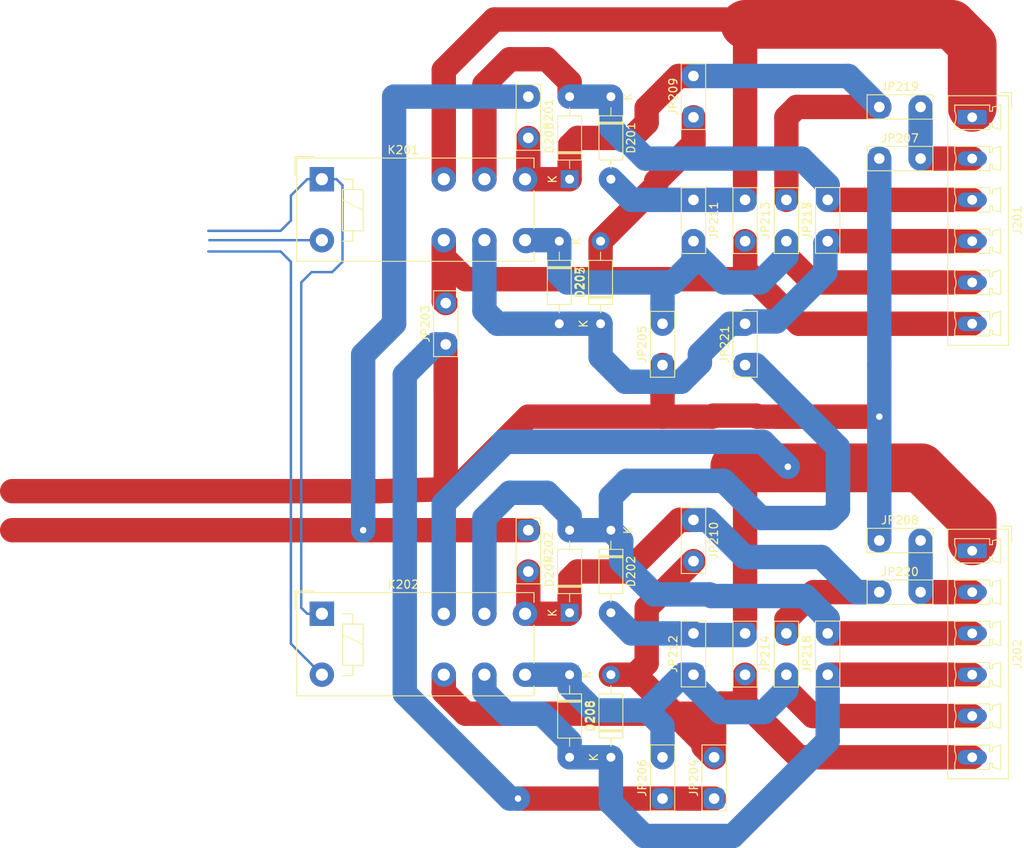
<source format=kicad_pcb>
(kicad_pcb (version 20171130) (host pcbnew 5.1.5+dfsg1-2build2)

  (general
    (thickness 1.6)
    (drawings 0)
    (tracks 272)
    (zones 0)
    (modules 33)
    (nets 20)
  )

  (page A4)
  (layers
    (0 F.Cu signal)
    (31 B.Cu signal)
    (32 B.Adhes user)
    (33 F.Adhes user)
    (34 B.Paste user)
    (35 F.Paste user)
    (36 B.SilkS user)
    (37 F.SilkS user)
    (38 B.Mask user)
    (39 F.Mask user)
    (40 Dwgs.User user)
    (41 Cmts.User user)
    (42 Eco1.User user)
    (43 Eco2.User user)
    (44 Edge.Cuts user)
    (45 Margin user)
    (46 B.CrtYd user)
    (47 F.CrtYd user)
    (48 B.Fab user)
    (49 F.Fab user)
  )

  (setup
    (last_trace_width 0.3)
    (user_trace_width 6)
    (trace_clearance 0.3)
    (zone_clearance 0.508)
    (zone_45_only no)
    (trace_min 0.2)
    (via_size 0.8)
    (via_drill 0.4)
    (via_min_size 0.4)
    (via_min_drill 0.3)
    (uvia_size 0.3)
    (uvia_drill 0.1)
    (uvias_allowed no)
    (uvia_min_size 0.2)
    (uvia_min_drill 0.1)
    (edge_width 0.15)
    (segment_width 0.2)
    (pcb_text_width 0.3)
    (pcb_text_size 1.5 1.5)
    (mod_edge_width 0.15)
    (mod_text_size 1 1)
    (mod_text_width 0.15)
    (pad_size 1.524 1.524)
    (pad_drill 0.762)
    (pad_to_mask_clearance 0.2)
    (aux_axis_origin 0 0)
    (grid_origin 55.08 144.93)
    (visible_elements FFFFFFFF)
    (pcbplotparams
      (layerselection 0x00030_ffffffff)
      (usegerberextensions false)
      (usegerberattributes false)
      (usegerberadvancedattributes false)
      (creategerberjobfile false)
      (excludeedgelayer true)
      (linewidth 0.100000)
      (plotframeref false)
      (viasonmask false)
      (mode 1)
      (useauxorigin false)
      (hpglpennumber 1)
      (hpglpenspeed 20)
      (hpglpendiameter 15.000000)
      (psnegative false)
      (psa4output false)
      (plotreference true)
      (plotvalue true)
      (plotinvisibletext false)
      (padsonsilk false)
      (subtractmaskfromsilk false)
      (outputformat 1)
      (mirror false)
      (drillshape 0)
      (scaleselection 1)
      (outputdirectory ""))
  )

  (net 0 "")
  (net 1 /Relais/K1nc1)
  (net 2 /Relais/K1com1)
  (net 3 /Relais/K1no1)
  (net 4 /Relais/K1nc2)
  (net 5 /Relais/K1com2)
  (net 6 /Relais/K1no2)
  (net 7 /Relais/A)
  (net 8 /Relais/B)
  (net 9 /Relais/Relais1)
  (net 10 +12V)
  (net 11 /Relais/Relais2)
  (net 12 /Relais/K2nc1)
  (net 13 /Relais/K2com1)
  (net 14 /Relais/K2no1)
  (net 15 /Relais/K2nc2)
  (net 16 /Relais/K2com2)
  (net 17 /Relais/K2no2)
  (net 18 /Relais/J1Pin2)
  (net 19 /Relais/J2Pin2)

  (net_class Default "This is the default net class."
    (clearance 0.3)
    (trace_width 0.3)
    (via_dia 0.8)
    (via_drill 0.4)
    (uvia_dia 0.3)
    (uvia_drill 0.1)
    (add_net +12V)
    (add_net /Relais/Relais1)
    (add_net /Relais/Relais2)
  )

  (net_class Ausgangstrom ""
    (clearance 1.8)
    (trace_width 3)
    (via_dia 1.2)
    (via_drill 0.8)
    (uvia_dia 0.3)
    (uvia_drill 0.1)
    (add_net /Relais/A)
    (add_net /Relais/B)
    (add_net /Relais/J1Pin2)
    (add_net /Relais/J2Pin2)
    (add_net /Relais/K1com1)
    (add_net /Relais/K1com2)
    (add_net /Relais/K1nc1)
    (add_net /Relais/K1nc2)
    (add_net /Relais/K1no1)
    (add_net /Relais/K1no2)
    (add_net /Relais/K2com1)
    (add_net /Relais/K2com2)
    (add_net /Relais/K2nc1)
    (add_net /Relais/K2nc2)
    (add_net /Relais/K2no1)
    (add_net /Relais/K2no2)
  )

  (module TestPoint:TestPoint_2Pads_Pitch5.08mm_Drill1.3mm (layer F.Cu) (tedit 5BD71EB4) (tstamp 62130A8D)
    (at 491.96 -336.4 90)
    (descr "Test point with 2 pads, pitch 5.08mm, hole diameter 1.3mm, wire diameter 1.0mm")
    (tags "CONN DEV")
    (path /621DCC08/6222DE2B)
    (attr virtual)
    (fp_text reference JP205 (at 2.54 -2.5 90) (layer F.SilkS)
      (effects (font (size 1 1) (thickness 0.15)))
    )
    (fp_text value Jumper_NO_Small (at 2.54 3 90) (layer F.Fab)
      (effects (font (size 1 1) (thickness 0.15)))
    )
    (fp_line (start 6.6 1.5) (end -1.5 1.5) (layer F.SilkS) (width 0.12))
    (fp_line (start -1.5 -1.5) (end 6.6 -1.5) (layer F.SilkS) (width 0.12))
    (fp_line (start 6.6 1.5) (end 6.6 -1.5) (layer F.SilkS) (width 0.12))
    (fp_line (start -1.5 -1.5) (end -1.5 1.5) (layer F.SilkS) (width 0.12))
    (fp_line (start 5.08 0) (end 0 0) (layer F.Fab) (width 0.1))
    (fp_line (start -1.8 -1.8) (end 6.88 -1.8) (layer F.CrtYd) (width 0.05))
    (fp_line (start -1.8 -1.8) (end -1.8 1.8) (layer F.CrtYd) (width 0.05))
    (fp_line (start 6.88 1.8) (end 6.88 -1.8) (layer F.CrtYd) (width 0.05))
    (fp_line (start 6.88 1.8) (end -1.8 1.8) (layer F.CrtYd) (width 0.05))
    (fp_text user %R (at 2.54 0 90) (layer F.Fab)
      (effects (font (size 1 1) (thickness 0.15)))
    )
    (pad 2 thru_hole circle (at 5.08 0 90) (size 2.6 2.6) (drill 1.3) (layers *.Cu *.Mask)
      (net 6 /Relais/K1no2))
    (pad 1 thru_hole roundrect (at 0 0 90) (size 2.6 2.6) (drill 1.3) (layers *.Cu *.Mask) (roundrect_rratio 0.25)
      (net 8 /Relais/B))
  )

  (module TestPoint:TestPoint_2Pads_Pitch5.08mm_Drill1.3mm (layer F.Cu) (tedit 5BD71EB4) (tstamp 62136A04)
    (at 518.63 -368.15)
    (descr "Test point with 2 pads, pitch 5.08mm, hole diameter 1.3mm, wire diameter 1.0mm")
    (tags "CONN DEV")
    (path /621DCC08/62216840)
    (attr virtual)
    (fp_text reference JP219 (at 2.54 -2.5) (layer F.SilkS)
      (effects (font (size 1 1) (thickness 0.15)))
    )
    (fp_text value Jumper_NO_Small (at 2.54 3) (layer F.Fab)
      (effects (font (size 1 1) (thickness 0.15)))
    )
    (fp_line (start 6.6 1.5) (end -1.5 1.5) (layer F.SilkS) (width 0.12))
    (fp_line (start -1.5 -1.5) (end 6.6 -1.5) (layer F.SilkS) (width 0.12))
    (fp_line (start 6.6 1.5) (end 6.6 -1.5) (layer F.SilkS) (width 0.12))
    (fp_line (start -1.5 -1.5) (end -1.5 1.5) (layer F.SilkS) (width 0.12))
    (fp_line (start 5.08 0) (end 0 0) (layer F.Fab) (width 0.1))
    (fp_line (start -1.8 -1.8) (end 6.88 -1.8) (layer F.CrtYd) (width 0.05))
    (fp_line (start -1.8 -1.8) (end -1.8 1.8) (layer F.CrtYd) (width 0.05))
    (fp_line (start 6.88 1.8) (end 6.88 -1.8) (layer F.CrtYd) (width 0.05))
    (fp_line (start 6.88 1.8) (end -1.8 1.8) (layer F.CrtYd) (width 0.05))
    (fp_text user %R (at 2.54 0) (layer F.Fab)
      (effects (font (size 1 1) (thickness 0.15)))
    )
    (pad 2 thru_hole circle (at 5.08 0) (size 2.6 2.6) (drill 1.3) (layers *.Cu *.Mask)
      (net 18 /Relais/J1Pin2))
    (pad 1 thru_hole roundrect (at 0 0) (size 2.6 2.6) (drill 1.3) (layers *.Cu *.Mask) (roundrect_rratio 0.25)
      (net 3 /Relais/K1no1))
  )

  (module TestPoint:TestPoint_2Pads_Pitch5.08mm_Drill1.3mm (layer F.Cu) (tedit 5BD71EB4) (tstamp 62130B4D)
    (at 495.77 -317.35 270)
    (descr "Test point with 2 pads, pitch 5.08mm, hole diameter 1.3mm, wire diameter 1.0mm")
    (tags "CONN DEV")
    (path /621DCC08/6225BB84)
    (attr virtual)
    (fp_text reference JP210 (at 2.54 -2.5 90) (layer F.SilkS)
      (effects (font (size 1 1) (thickness 0.15)))
    )
    (fp_text value Jumper_NO_Small (at 2.54 3 90) (layer F.Fab)
      (effects (font (size 1 1) (thickness 0.15)))
    )
    (fp_line (start 6.6 1.5) (end -1.5 1.5) (layer F.SilkS) (width 0.12))
    (fp_line (start -1.5 -1.5) (end 6.6 -1.5) (layer F.SilkS) (width 0.12))
    (fp_line (start 6.6 1.5) (end 6.6 -1.5) (layer F.SilkS) (width 0.12))
    (fp_line (start -1.5 -1.5) (end -1.5 1.5) (layer F.SilkS) (width 0.12))
    (fp_line (start 5.08 0) (end 0 0) (layer F.Fab) (width 0.1))
    (fp_line (start -1.8 -1.8) (end 6.88 -1.8) (layer F.CrtYd) (width 0.05))
    (fp_line (start -1.8 -1.8) (end -1.8 1.8) (layer F.CrtYd) (width 0.05))
    (fp_line (start 6.88 1.8) (end 6.88 -1.8) (layer F.CrtYd) (width 0.05))
    (fp_line (start 6.88 1.8) (end -1.8 1.8) (layer F.CrtYd) (width 0.05))
    (fp_text user %R (at 2.54 0 90) (layer F.Fab)
      (effects (font (size 1 1) (thickness 0.15)))
    )
    (pad 2 thru_hole circle (at 5.08 0 270) (size 2.6 2.6) (drill 1.3) (layers *.Cu *.Mask)
      (net 15 /Relais/K2nc2))
    (pad 1 thru_hole roundrect (at 0 0 270) (size 2.6 2.6) (drill 1.3) (layers *.Cu *.Mask) (roundrect_rratio 0.25)
      (net 14 /Relais/K2no1))
  )

  (module TestPoint:TestPoint_2Pads_Pitch5.08mm_Drill1.3mm (layer F.Cu) (tedit 5BD71EB4) (tstamp 62130AED)
    (at 507.2 -356.72 270)
    (descr "Test point with 2 pads, pitch 5.08mm, hole diameter 1.3mm, wire diameter 1.0mm")
    (tags "CONN DEV")
    (path /621DCC08/621E7559)
    (attr virtual)
    (fp_text reference JP217 (at 2.54 -2.5 90) (layer F.SilkS)
      (effects (font (size 1 1) (thickness 0.15)))
    )
    (fp_text value Jumper_NO_Small (at 2.54 3 90) (layer F.Fab)
      (effects (font (size 1 1) (thickness 0.15)))
    )
    (fp_line (start 6.6 1.5) (end -1.5 1.5) (layer F.SilkS) (width 0.12))
    (fp_line (start -1.5 -1.5) (end 6.6 -1.5) (layer F.SilkS) (width 0.12))
    (fp_line (start 6.6 1.5) (end 6.6 -1.5) (layer F.SilkS) (width 0.12))
    (fp_line (start -1.5 -1.5) (end -1.5 1.5) (layer F.SilkS) (width 0.12))
    (fp_line (start 5.08 0) (end 0 0) (layer F.Fab) (width 0.1))
    (fp_line (start -1.8 -1.8) (end 6.88 -1.8) (layer F.CrtYd) (width 0.05))
    (fp_line (start -1.8 -1.8) (end -1.8 1.8) (layer F.CrtYd) (width 0.05))
    (fp_line (start 6.88 1.8) (end 6.88 -1.8) (layer F.CrtYd) (width 0.05))
    (fp_line (start 6.88 1.8) (end -1.8 1.8) (layer F.CrtYd) (width 0.05))
    (fp_text user %R (at 2.54 0 90) (layer F.Fab)
      (effects (font (size 1 1) (thickness 0.15)))
    )
    (pad 2 thru_hole circle (at 5.08 0 270) (size 2.6 2.6) (drill 1.3) (layers *.Cu *.Mask)
      (net 6 /Relais/K1no2))
    (pad 1 thru_hole roundrect (at 0 0 270) (size 2.6 2.6) (drill 1.3) (layers *.Cu *.Mask) (roundrect_rratio 0.25)
      (net 3 /Relais/K1no1))
  )

  (module Relay_THT:Relay_DPDT_Finder_40.52 (layer F.Cu) (tedit 5A5B3E92) (tstamp 6213153F)
    (at 450.05 -305.8)
    (descr "Relay DPDT Finder 40.52, Pitch 5mm/7.5mm, https://www.finder-relais.net/de/finder-relais-serie-40.pdf")
    (tags "Relay DPDT Finder 40.52 Pitch 5mm")
    (path /621DCC08/6225BB09)
    (fp_text reference K202 (at 10 -3.6) (layer F.SilkS)
      (effects (font (size 1 1) (thickness 0.15)))
    )
    (fp_text value FINDER-40.52 (at 12.192 11.43) (layer F.Fab)
      (effects (font (size 1 1) (thickness 0.15)))
    )
    (fp_line (start 26.75 10.25) (end -3.25 10.25) (layer F.CrtYd) (width 0.05))
    (fp_line (start 26.75 10.25) (end 26.75 -2.75) (layer F.CrtYd) (width 0.05))
    (fp_line (start -3.25 -2.75) (end -3.25 10.25) (layer F.CrtYd) (width 0.05))
    (fp_line (start -3.25 -2.75) (end 26.75 -2.75) (layer F.CrtYd) (width 0.05))
    (fp_line (start 2.54 1.27) (end 3.81 1.27) (layer F.SilkS) (width 0.12))
    (fp_line (start 2.54 6.35) (end 2.54 1.27) (layer F.SilkS) (width 0.12))
    (fp_line (start 5.08 6.35) (end 2.54 6.35) (layer F.SilkS) (width 0.12))
    (fp_line (start 5.08 1.27) (end 5.08 6.35) (layer F.SilkS) (width 0.12))
    (fp_line (start 3.81 1.27) (end 5.08 1.27) (layer F.SilkS) (width 0.12))
    (fp_line (start 3.81 0) (end 3.81 1.27) (layer F.SilkS) (width 0.12))
    (fp_line (start 2.54 0) (end 3.81 0) (layer F.SilkS) (width 0.12))
    (fp_line (start 3.81 7.62) (end 2.54 7.62) (layer F.SilkS) (width 0.12))
    (fp_line (start 3.81 6.35) (end 3.81 7.62) (layer F.SilkS) (width 0.12))
    (fp_line (start 2.54 2.54) (end 5.08 3.81) (layer F.SilkS) (width 0.12))
    (fp_line (start 0 1.8) (end 0 5.8) (layer F.Fab) (width 0.12))
    (fp_line (start -3 -1.4) (end -3 10) (layer F.Fab) (width 0.12))
    (fp_line (start -3 10) (end 26 10) (layer F.Fab) (width 0.12))
    (fp_line (start 26 10) (end 26 -2.5) (layer F.Fab) (width 0.12))
    (fp_line (start 26 -2.5) (end -2 -2.5) (layer F.Fab) (width 0.12))
    (fp_line (start -2 -2.5) (end -3 -1.4) (layer F.Fab) (width 0.12))
    (fp_line (start -3.1 -2.6) (end 26.1 -2.6) (layer F.SilkS) (width 0.12))
    (fp_line (start 26.1 -2.6) (end 26.1 -1.4) (layer F.SilkS) (width 0.12))
    (fp_line (start 26.1 1.4) (end 26.1 6.1) (layer F.SilkS) (width 0.12))
    (fp_line (start 26.1 8.9) (end 26.1 10.1) (layer F.SilkS) (width 0.12))
    (fp_line (start 26.1 10.1) (end -3.1 10.1) (layer F.SilkS) (width 0.12))
    (fp_line (start -3.1 10.1) (end -3.1 -2.6) (layer F.SilkS) (width 0.12))
    (fp_line (start -0.9 -2.8) (end -3.3 -2.8) (layer F.SilkS) (width 0.12))
    (fp_line (start -3.3 -0.4) (end -3.3 -2.8) (layer F.SilkS) (width 0.12))
    (fp_text user %R (at 12.065 3.81) (layer F.Fab)
      (effects (font (size 1 1) (thickness 0.15)))
    )
    (pad 14 thru_hole circle (at 25 0) (size 3 3) (drill 1.5) (layers *.Cu *.Mask)
      (net 14 /Relais/K2no1))
    (pad 21 thru_hole circle (at 20 7.5) (size 3 3) (drill 1.5) (layers *.Cu *.Mask)
      (net 16 /Relais/K2com2))
    (pad 12 thru_hole circle (at 15 0) (size 3 3) (drill 1.5) (layers *.Cu *.Mask)
      (net 12 /Relais/K2nc1))
    (pad 22 thru_hole circle (at 15 7.5) (size 3 3) (drill 1.5) (layers *.Cu *.Mask)
      (net 15 /Relais/K2nc2))
    (pad 24 thru_hole circle (at 25 7.5) (size 3 3) (drill 1.5) (layers *.Cu *.Mask)
      (net 17 /Relais/K2no2))
    (pad 11 thru_hole circle (at 20 0) (size 3 3) (drill 1.5) (layers *.Cu *.Mask)
      (net 13 /Relais/K2com1))
    (pad A2 thru_hole circle (at 0 7.5) (size 3 3) (drill 1.5) (layers *.Cu *.Mask)
      (net 11 /Relais/Relais2))
    (pad A1 thru_hole rect (at 0 0) (size 3 3) (drill 1.5) (layers *.Cu *.Mask)
      (net 10 +12V))
    (model ${KISYS3DMOD}/Relay_THT.3dshapes/Relay_DPDT_Finder_40.52.wrl
      (at (xyz 0 0 0))
      (scale (xyz 1 1 1))
      (rotate (xyz 0 0 0))
    )
  )

  (module Relay_THT:Relay_DPDT_Finder_40.52 (layer F.Cu) (tedit 5A5B3E92) (tstamp 62131516)
    (at 450.05 -359.26)
    (descr "Relay DPDT Finder 40.52, Pitch 5mm/7.5mm, https://www.finder-relais.net/de/finder-relais-serie-40.pdf")
    (tags "Relay DPDT Finder 40.52 Pitch 5mm")
    (path /621DCC08/621E750C)
    (fp_text reference K201 (at 10 -3.6) (layer F.SilkS)
      (effects (font (size 1 1) (thickness 0.15)))
    )
    (fp_text value FINDER-40.52 (at 12.192 11.43) (layer F.Fab)
      (effects (font (size 1 1) (thickness 0.15)))
    )
    (fp_line (start 26.75 10.25) (end -3.25 10.25) (layer F.CrtYd) (width 0.05))
    (fp_line (start 26.75 10.25) (end 26.75 -2.75) (layer F.CrtYd) (width 0.05))
    (fp_line (start -3.25 -2.75) (end -3.25 10.25) (layer F.CrtYd) (width 0.05))
    (fp_line (start -3.25 -2.75) (end 26.75 -2.75) (layer F.CrtYd) (width 0.05))
    (fp_line (start 2.54 1.27) (end 3.81 1.27) (layer F.SilkS) (width 0.12))
    (fp_line (start 2.54 6.35) (end 2.54 1.27) (layer F.SilkS) (width 0.12))
    (fp_line (start 5.08 6.35) (end 2.54 6.35) (layer F.SilkS) (width 0.12))
    (fp_line (start 5.08 1.27) (end 5.08 6.35) (layer F.SilkS) (width 0.12))
    (fp_line (start 3.81 1.27) (end 5.08 1.27) (layer F.SilkS) (width 0.12))
    (fp_line (start 3.81 0) (end 3.81 1.27) (layer F.SilkS) (width 0.12))
    (fp_line (start 2.54 0) (end 3.81 0) (layer F.SilkS) (width 0.12))
    (fp_line (start 3.81 7.62) (end 2.54 7.62) (layer F.SilkS) (width 0.12))
    (fp_line (start 3.81 6.35) (end 3.81 7.62) (layer F.SilkS) (width 0.12))
    (fp_line (start 2.54 2.54) (end 5.08 3.81) (layer F.SilkS) (width 0.12))
    (fp_line (start 0 1.8) (end 0 5.8) (layer F.Fab) (width 0.12))
    (fp_line (start -3 -1.4) (end -3 10) (layer F.Fab) (width 0.12))
    (fp_line (start -3 10) (end 26 10) (layer F.Fab) (width 0.12))
    (fp_line (start 26 10) (end 26 -2.5) (layer F.Fab) (width 0.12))
    (fp_line (start 26 -2.5) (end -2 -2.5) (layer F.Fab) (width 0.12))
    (fp_line (start -2 -2.5) (end -3 -1.4) (layer F.Fab) (width 0.12))
    (fp_line (start -3.1 -2.6) (end 26.1 -2.6) (layer F.SilkS) (width 0.12))
    (fp_line (start 26.1 -2.6) (end 26.1 -1.4) (layer F.SilkS) (width 0.12))
    (fp_line (start 26.1 1.4) (end 26.1 6.1) (layer F.SilkS) (width 0.12))
    (fp_line (start 26.1 8.9) (end 26.1 10.1) (layer F.SilkS) (width 0.12))
    (fp_line (start 26.1 10.1) (end -3.1 10.1) (layer F.SilkS) (width 0.12))
    (fp_line (start -3.1 10.1) (end -3.1 -2.6) (layer F.SilkS) (width 0.12))
    (fp_line (start -0.9 -2.8) (end -3.3 -2.8) (layer F.SilkS) (width 0.12))
    (fp_line (start -3.3 -0.4) (end -3.3 -2.8) (layer F.SilkS) (width 0.12))
    (fp_text user %R (at 12.065 3.81) (layer F.Fab)
      (effects (font (size 1 1) (thickness 0.15)))
    )
    (pad 14 thru_hole circle (at 25 0) (size 3 3) (drill 1.5) (layers *.Cu *.Mask)
      (net 3 /Relais/K1no1))
    (pad 21 thru_hole circle (at 20 7.5) (size 3 3) (drill 1.5) (layers *.Cu *.Mask)
      (net 5 /Relais/K1com2))
    (pad 12 thru_hole circle (at 15 0) (size 3 3) (drill 1.5) (layers *.Cu *.Mask)
      (net 1 /Relais/K1nc1))
    (pad 22 thru_hole circle (at 15 7.5) (size 3 3) (drill 1.5) (layers *.Cu *.Mask)
      (net 4 /Relais/K1nc2))
    (pad 24 thru_hole circle (at 25 7.5) (size 3 3) (drill 1.5) (layers *.Cu *.Mask)
      (net 6 /Relais/K1no2))
    (pad 11 thru_hole circle (at 20 0) (size 3 3) (drill 1.5) (layers *.Cu *.Mask)
      (net 2 /Relais/K1com1))
    (pad A2 thru_hole circle (at 0 7.5) (size 3 3) (drill 1.5) (layers *.Cu *.Mask)
      (net 9 /Relais/Relais1))
    (pad A1 thru_hole rect (at 0 0) (size 3 3) (drill 1.5) (layers *.Cu *.Mask)
      (net 10 +12V))
    (model ${KISYS3DMOD}/Relay_THT.3dshapes/Relay_DPDT_Finder_40.52.wrl
      (at (xyz 0 0 0))
      (scale (xyz 1 1 1))
      (rotate (xyz 0 0 0))
    )
  )

  (module TestPoint:TestPoint_2Pads_Pitch5.08mm_Drill1.3mm (layer F.Cu) (tedit 5BD71EB4) (tstamp 62130BBD)
    (at 512.28 -298.3 90)
    (descr "Test point with 2 pads, pitch 5.08mm, hole diameter 1.3mm, wire diameter 1.0mm")
    (tags "CONN DEV")
    (path /621DCC08/6225BAEA)
    (attr virtual)
    (fp_text reference JP216 (at 2.54 -2.5 90) (layer F.SilkS)
      (effects (font (size 1 1) (thickness 0.15)))
    )
    (fp_text value Jumper_NO_Small (at 2.54 3 90) (layer F.Fab)
      (effects (font (size 1 1) (thickness 0.15)))
    )
    (fp_line (start 6.6 1.5) (end -1.5 1.5) (layer F.SilkS) (width 0.12))
    (fp_line (start -1.5 -1.5) (end 6.6 -1.5) (layer F.SilkS) (width 0.12))
    (fp_line (start 6.6 1.5) (end 6.6 -1.5) (layer F.SilkS) (width 0.12))
    (fp_line (start -1.5 -1.5) (end -1.5 1.5) (layer F.SilkS) (width 0.12))
    (fp_line (start 5.08 0) (end 0 0) (layer F.Fab) (width 0.1))
    (fp_line (start -1.8 -1.8) (end 6.88 -1.8) (layer F.CrtYd) (width 0.05))
    (fp_line (start -1.8 -1.8) (end -1.8 1.8) (layer F.CrtYd) (width 0.05))
    (fp_line (start 6.88 1.8) (end 6.88 -1.8) (layer F.CrtYd) (width 0.05))
    (fp_line (start 6.88 1.8) (end -1.8 1.8) (layer F.CrtYd) (width 0.05))
    (fp_text user %R (at 2.54 0 90) (layer F.Fab)
      (effects (font (size 1 1) (thickness 0.15)))
    )
    (pad 2 thru_hole circle (at 5.08 0 90) (size 2.6 2.6) (drill 1.3) (layers *.Cu *.Mask)
      (net 13 /Relais/K2com1))
    (pad 1 thru_hole roundrect (at 0 0 90) (size 2.6 2.6) (drill 1.3) (layers *.Cu *.Mask) (roundrect_rratio 0.25)
      (net 16 /Relais/K2com2))
  )

  (module TestPoint:TestPoint_2Pads_Pitch5.08mm_Drill1.3mm (layer F.Cu) (tedit 5BD71EB4) (tstamp 62130BAD)
    (at 518.63 -308.46)
    (descr "Test point with 2 pads, pitch 5.08mm, hole diameter 1.3mm, wire diameter 1.0mm")
    (tags "CONN DEV")
    (path /621DCC08/6225BB4B)
    (attr virtual)
    (fp_text reference JP220 (at 2.54 -2.5) (layer F.SilkS)
      (effects (font (size 1 1) (thickness 0.15)))
    )
    (fp_text value Jumper_NO_Small (at 2.54 3) (layer F.Fab)
      (effects (font (size 1 1) (thickness 0.15)))
    )
    (fp_line (start 6.6 1.5) (end -1.5 1.5) (layer F.SilkS) (width 0.12))
    (fp_line (start -1.5 -1.5) (end 6.6 -1.5) (layer F.SilkS) (width 0.12))
    (fp_line (start 6.6 1.5) (end 6.6 -1.5) (layer F.SilkS) (width 0.12))
    (fp_line (start -1.5 -1.5) (end -1.5 1.5) (layer F.SilkS) (width 0.12))
    (fp_line (start 5.08 0) (end 0 0) (layer F.Fab) (width 0.1))
    (fp_line (start -1.8 -1.8) (end 6.88 -1.8) (layer F.CrtYd) (width 0.05))
    (fp_line (start -1.8 -1.8) (end -1.8 1.8) (layer F.CrtYd) (width 0.05))
    (fp_line (start 6.88 1.8) (end 6.88 -1.8) (layer F.CrtYd) (width 0.05))
    (fp_line (start 6.88 1.8) (end -1.8 1.8) (layer F.CrtYd) (width 0.05))
    (fp_text user %R (at 2.54 0) (layer F.Fab)
      (effects (font (size 1 1) (thickness 0.15)))
    )
    (pad 2 thru_hole circle (at 5.08 0) (size 2.6 2.6) (drill 1.3) (layers *.Cu *.Mask)
      (net 19 /Relais/J2Pin2))
    (pad 1 thru_hole roundrect (at 0 0) (size 2.6 2.6) (drill 1.3) (layers *.Cu *.Mask) (roundrect_rratio 0.25)
      (net 14 /Relais/K2no1))
  )

  (module TestPoint:TestPoint_2Pads_Pitch5.08mm_Drill1.3mm (layer F.Cu) (tedit 5BD71EB4) (tstamp 62130B9D)
    (at 507.2 -303.38 270)
    (descr "Test point with 2 pads, pitch 5.08mm, hole diameter 1.3mm, wire diameter 1.0mm")
    (tags "CONN DEV")
    (path /621DCC08/6225BAF6)
    (attr virtual)
    (fp_text reference JP218 (at 2.54 -2.5 90) (layer F.SilkS)
      (effects (font (size 1 1) (thickness 0.15)))
    )
    (fp_text value Jumper_NO_Small (at 2.54 3 90) (layer F.Fab)
      (effects (font (size 1 1) (thickness 0.15)))
    )
    (fp_line (start 6.6 1.5) (end -1.5 1.5) (layer F.SilkS) (width 0.12))
    (fp_line (start -1.5 -1.5) (end 6.6 -1.5) (layer F.SilkS) (width 0.12))
    (fp_line (start 6.6 1.5) (end 6.6 -1.5) (layer F.SilkS) (width 0.12))
    (fp_line (start -1.5 -1.5) (end -1.5 1.5) (layer F.SilkS) (width 0.12))
    (fp_line (start 5.08 0) (end 0 0) (layer F.Fab) (width 0.1))
    (fp_line (start -1.8 -1.8) (end 6.88 -1.8) (layer F.CrtYd) (width 0.05))
    (fp_line (start -1.8 -1.8) (end -1.8 1.8) (layer F.CrtYd) (width 0.05))
    (fp_line (start 6.88 1.8) (end 6.88 -1.8) (layer F.CrtYd) (width 0.05))
    (fp_line (start 6.88 1.8) (end -1.8 1.8) (layer F.CrtYd) (width 0.05))
    (fp_text user %R (at 2.54 0 90) (layer F.Fab)
      (effects (font (size 1 1) (thickness 0.15)))
    )
    (pad 2 thru_hole circle (at 5.08 0 270) (size 2.6 2.6) (drill 1.3) (layers *.Cu *.Mask)
      (net 17 /Relais/K2no2))
    (pad 1 thru_hole roundrect (at 0 0 270) (size 2.6 2.6) (drill 1.3) (layers *.Cu *.Mask) (roundrect_rratio 0.25)
      (net 14 /Relais/K2no1))
  )

  (module TestPoint:TestPoint_2Pads_Pitch5.08mm_Drill1.3mm (layer F.Cu) (tedit 5BD71EB4) (tstamp 62130B8D)
    (at 502.12 -303.38 270)
    (descr "Test point with 2 pads, pitch 5.08mm, hole diameter 1.3mm, wire diameter 1.0mm")
    (tags "CONN DEV")
    (path /621DCC08/6225BAF0)
    (attr virtual)
    (fp_text reference JP214 (at 2.54 -2.5 90) (layer F.SilkS)
      (effects (font (size 1 1) (thickness 0.15)))
    )
    (fp_text value Jumper_NO_Small (at 2.54 3 90) (layer F.Fab)
      (effects (font (size 1 1) (thickness 0.15)))
    )
    (fp_line (start 6.6 1.5) (end -1.5 1.5) (layer F.SilkS) (width 0.12))
    (fp_line (start -1.5 -1.5) (end 6.6 -1.5) (layer F.SilkS) (width 0.12))
    (fp_line (start 6.6 1.5) (end 6.6 -1.5) (layer F.SilkS) (width 0.12))
    (fp_line (start -1.5 -1.5) (end -1.5 1.5) (layer F.SilkS) (width 0.12))
    (fp_line (start 5.08 0) (end 0 0) (layer F.Fab) (width 0.1))
    (fp_line (start -1.8 -1.8) (end 6.88 -1.8) (layer F.CrtYd) (width 0.05))
    (fp_line (start -1.8 -1.8) (end -1.8 1.8) (layer F.CrtYd) (width 0.05))
    (fp_line (start 6.88 1.8) (end 6.88 -1.8) (layer F.CrtYd) (width 0.05))
    (fp_line (start 6.88 1.8) (end -1.8 1.8) (layer F.CrtYd) (width 0.05))
    (fp_text user %R (at 2.54 0 90) (layer F.Fab)
      (effects (font (size 1 1) (thickness 0.15)))
    )
    (pad 2 thru_hole circle (at 5.08 0 270) (size 2.6 2.6) (drill 1.3) (layers *.Cu *.Mask)
      (net 15 /Relais/K2nc2))
    (pad 1 thru_hole roundrect (at 0 0 270) (size 2.6 2.6) (drill 1.3) (layers *.Cu *.Mask) (roundrect_rratio 0.25)
      (net 12 /Relais/K2nc1))
  )

  (module TestPoint:TestPoint_2Pads_Pitch5.08mm_Drill1.3mm (layer F.Cu) (tedit 5BD71EB4) (tstamp 62130B7D)
    (at 498.31 -283.06 90)
    (descr "Test point with 2 pads, pitch 5.08mm, hole diameter 1.3mm, wire diameter 1.0mm")
    (tags "CONN DEV")
    (path /621DCC08/6231B288)
    (attr virtual)
    (fp_text reference JP204 (at 2.54 -2.5 90) (layer F.SilkS)
      (effects (font (size 1 1) (thickness 0.15)))
    )
    (fp_text value Jumper_NO_Small (at 2.54 3 90) (layer F.Fab)
      (effects (font (size 1 1) (thickness 0.15)))
    )
    (fp_line (start 6.6 1.5) (end -1.5 1.5) (layer F.SilkS) (width 0.12))
    (fp_line (start -1.5 -1.5) (end 6.6 -1.5) (layer F.SilkS) (width 0.12))
    (fp_line (start 6.6 1.5) (end 6.6 -1.5) (layer F.SilkS) (width 0.12))
    (fp_line (start -1.5 -1.5) (end -1.5 1.5) (layer F.SilkS) (width 0.12))
    (fp_line (start 5.08 0) (end 0 0) (layer F.Fab) (width 0.1))
    (fp_line (start -1.8 -1.8) (end 6.88 -1.8) (layer F.CrtYd) (width 0.05))
    (fp_line (start -1.8 -1.8) (end -1.8 1.8) (layer F.CrtYd) (width 0.05))
    (fp_line (start 6.88 1.8) (end 6.88 -1.8) (layer F.CrtYd) (width 0.05))
    (fp_line (start 6.88 1.8) (end -1.8 1.8) (layer F.CrtYd) (width 0.05))
    (fp_text user %R (at 2.54 0 90) (layer F.Fab)
      (effects (font (size 1 1) (thickness 0.15)))
    )
    (pad 2 thru_hole circle (at 5.08 0 90) (size 2.6 2.6) (drill 1.3) (layers *.Cu *.Mask)
      (net 15 /Relais/K2nc2))
    (pad 1 thru_hole roundrect (at 0 0 90) (size 2.6 2.6) (drill 1.3) (layers *.Cu *.Mask) (roundrect_rratio 0.25)
      (net 8 /Relais/B))
  )

  (module TestPoint:TestPoint_2Pads_Pitch5.08mm_Drill1.3mm (layer F.Cu) (tedit 5BD71EB4) (tstamp 62130B6D)
    (at 475.45 -316.08 270)
    (descr "Test point with 2 pads, pitch 5.08mm, hole diameter 1.3mm, wire diameter 1.0mm")
    (tags "CONN DEV")
    (path /621DCC08/6225BB74)
    (attr virtual)
    (fp_text reference JP202 (at 2.54 -2.5 90) (layer F.SilkS)
      (effects (font (size 1 1) (thickness 0.15)))
    )
    (fp_text value Jumper_NO_Small (at 2.54 3 90) (layer F.Fab)
      (effects (font (size 1 1) (thickness 0.15)))
    )
    (fp_line (start 6.6 1.5) (end -1.5 1.5) (layer F.SilkS) (width 0.12))
    (fp_line (start -1.5 -1.5) (end 6.6 -1.5) (layer F.SilkS) (width 0.12))
    (fp_line (start 6.6 1.5) (end 6.6 -1.5) (layer F.SilkS) (width 0.12))
    (fp_line (start -1.5 -1.5) (end -1.5 1.5) (layer F.SilkS) (width 0.12))
    (fp_line (start 5.08 0) (end 0 0) (layer F.Fab) (width 0.1))
    (fp_line (start -1.8 -1.8) (end 6.88 -1.8) (layer F.CrtYd) (width 0.05))
    (fp_line (start -1.8 -1.8) (end -1.8 1.8) (layer F.CrtYd) (width 0.05))
    (fp_line (start 6.88 1.8) (end 6.88 -1.8) (layer F.CrtYd) (width 0.05))
    (fp_line (start 6.88 1.8) (end -1.8 1.8) (layer F.CrtYd) (width 0.05))
    (fp_text user %R (at 2.54 0 90) (layer F.Fab)
      (effects (font (size 1 1) (thickness 0.15)))
    )
    (pad 2 thru_hole circle (at 5.08 0 270) (size 2.6 2.6) (drill 1.3) (layers *.Cu *.Mask)
      (net 14 /Relais/K2no1))
    (pad 1 thru_hole roundrect (at 0 0 270) (size 2.6 2.6) (drill 1.3) (layers *.Cu *.Mask) (roundrect_rratio 0.25)
      (net 7 /Relais/A))
  )

  (module TestPoint:TestPoint_2Pads_Pitch5.08mm_Drill1.3mm (layer F.Cu) (tedit 5BD71EB4) (tstamp 621393E6)
    (at 495.77 -298.3 90)
    (descr "Test point with 2 pads, pitch 5.08mm, hole diameter 1.3mm, wire diameter 1.0mm")
    (tags "CONN DEV")
    (path /621DCC08/6225BB8A)
    (attr virtual)
    (fp_text reference JP212 (at 2.54 -2.5 90) (layer F.SilkS)
      (effects (font (size 1 1) (thickness 0.15)))
    )
    (fp_text value Jumper_NO_Small (at 2.54 3 90) (layer F.Fab)
      (effects (font (size 1 1) (thickness 0.15)))
    )
    (fp_line (start 6.6 1.5) (end -1.5 1.5) (layer F.SilkS) (width 0.12))
    (fp_line (start -1.5 -1.5) (end 6.6 -1.5) (layer F.SilkS) (width 0.12))
    (fp_line (start 6.6 1.5) (end 6.6 -1.5) (layer F.SilkS) (width 0.12))
    (fp_line (start -1.5 -1.5) (end -1.5 1.5) (layer F.SilkS) (width 0.12))
    (fp_line (start 5.08 0) (end 0 0) (layer F.Fab) (width 0.1))
    (fp_line (start -1.8 -1.8) (end 6.88 -1.8) (layer F.CrtYd) (width 0.05))
    (fp_line (start -1.8 -1.8) (end -1.8 1.8) (layer F.CrtYd) (width 0.05))
    (fp_line (start 6.88 1.8) (end 6.88 -1.8) (layer F.CrtYd) (width 0.05))
    (fp_line (start 6.88 1.8) (end -1.8 1.8) (layer F.CrtYd) (width 0.05))
    (fp_text user %R (at 2.54 0 90) (layer F.Fab)
      (effects (font (size 1 1) (thickness 0.15)))
    )
    (pad 2 thru_hole circle (at 5.08 0 90) (size 2.6 2.6) (drill 1.3) (layers *.Cu *.Mask)
      (net 12 /Relais/K2nc1))
    (pad 1 thru_hole roundrect (at 0 0 90) (size 2.6 2.6) (drill 1.3) (layers *.Cu *.Mask) (roundrect_rratio 0.25)
      (net 17 /Relais/K2no2))
  )

  (module TestPoint:TestPoint_2Pads_Pitch5.08mm_Drill1.3mm (layer F.Cu) (tedit 5BD71EB4) (tstamp 62130B3D)
    (at 491.96 -283.06 90)
    (descr "Test point with 2 pads, pitch 5.08mm, hole diameter 1.3mm, wire diameter 1.0mm")
    (tags "CONN DEV")
    (path /621DCC08/6225BB7A)
    (attr virtual)
    (fp_text reference JP206 (at 2.54 -2.5 90) (layer F.SilkS)
      (effects (font (size 1 1) (thickness 0.15)))
    )
    (fp_text value Jumper_NO_Small (at 2.54 3 90) (layer F.Fab)
      (effects (font (size 1 1) (thickness 0.15)))
    )
    (fp_line (start 6.6 1.5) (end -1.5 1.5) (layer F.SilkS) (width 0.12))
    (fp_line (start -1.5 -1.5) (end 6.6 -1.5) (layer F.SilkS) (width 0.12))
    (fp_line (start 6.6 1.5) (end 6.6 -1.5) (layer F.SilkS) (width 0.12))
    (fp_line (start -1.5 -1.5) (end -1.5 1.5) (layer F.SilkS) (width 0.12))
    (fp_line (start 5.08 0) (end 0 0) (layer F.Fab) (width 0.1))
    (fp_line (start -1.8 -1.8) (end 6.88 -1.8) (layer F.CrtYd) (width 0.05))
    (fp_line (start -1.8 -1.8) (end -1.8 1.8) (layer F.CrtYd) (width 0.05))
    (fp_line (start 6.88 1.8) (end 6.88 -1.8) (layer F.CrtYd) (width 0.05))
    (fp_line (start 6.88 1.8) (end -1.8 1.8) (layer F.CrtYd) (width 0.05))
    (fp_text user %R (at 2.54 0 90) (layer F.Fab)
      (effects (font (size 1 1) (thickness 0.15)))
    )
    (pad 2 thru_hole circle (at 5.08 0 90) (size 2.6 2.6) (drill 1.3) (layers *.Cu *.Mask)
      (net 17 /Relais/K2no2))
    (pad 1 thru_hole roundrect (at 0 0 90) (size 2.6 2.6) (drill 1.3) (layers *.Cu *.Mask) (roundrect_rratio 0.25)
      (net 8 /Relais/B))
  )

  (module TestPoint:TestPoint_2Pads_Pitch5.08mm_Drill1.3mm (layer F.Cu) (tedit 5BD71EB4) (tstamp 62130B2D)
    (at 502.12 -336.4 90)
    (descr "Test point with 2 pads, pitch 5.08mm, hole diameter 1.3mm, wire diameter 1.0mm")
    (tags "CONN DEV")
    (path /621DCC08/622E9396)
    (attr virtual)
    (fp_text reference JP221 (at 2.54 -2.5 90) (layer F.SilkS)
      (effects (font (size 1 1) (thickness 0.15)))
    )
    (fp_text value Jumper_NO_Small (at 2.54 3 90) (layer F.Fab)
      (effects (font (size 1 1) (thickness 0.15)))
    )
    (fp_line (start 6.6 1.5) (end -1.5 1.5) (layer F.SilkS) (width 0.12))
    (fp_line (start -1.5 -1.5) (end 6.6 -1.5) (layer F.SilkS) (width 0.12))
    (fp_line (start 6.6 1.5) (end 6.6 -1.5) (layer F.SilkS) (width 0.12))
    (fp_line (start -1.5 -1.5) (end -1.5 1.5) (layer F.SilkS) (width 0.12))
    (fp_line (start 5.08 0) (end 0 0) (layer F.Fab) (width 0.1))
    (fp_line (start -1.8 -1.8) (end 6.88 -1.8) (layer F.CrtYd) (width 0.05))
    (fp_line (start -1.8 -1.8) (end -1.8 1.8) (layer F.CrtYd) (width 0.05))
    (fp_line (start 6.88 1.8) (end 6.88 -1.8) (layer F.CrtYd) (width 0.05))
    (fp_line (start 6.88 1.8) (end -1.8 1.8) (layer F.CrtYd) (width 0.05))
    (fp_text user %R (at 2.54 0 90) (layer F.Fab)
      (effects (font (size 1 1) (thickness 0.15)))
    )
    (pad 2 thru_hole circle (at 5.08 0 90) (size 2.6 2.6) (drill 1.3) (layers *.Cu *.Mask)
      (net 5 /Relais/K1com2))
    (pad 1 thru_hole roundrect (at 0 0 90) (size 2.6 2.6) (drill 1.3) (layers *.Cu *.Mask) (roundrect_rratio 0.25)
      (net 13 /Relais/K2com1))
  )

  (module TestPoint:TestPoint_2Pads_Pitch5.08mm_Drill1.3mm (layer F.Cu) (tedit 5BD71EB4) (tstamp 62130B1D)
    (at 518.63 -314.81)
    (descr "Test point with 2 pads, pitch 5.08mm, hole diameter 1.3mm, wire diameter 1.0mm")
    (tags "CONN DEV")
    (path /621DCC08/625BCCC0)
    (attr virtual)
    (fp_text reference JP208 (at 2.54 -2.5) (layer F.SilkS)
      (effects (font (size 1 1) (thickness 0.15)))
    )
    (fp_text value Jumper_NO_Small (at 2.54 3) (layer F.Fab)
      (effects (font (size 1 1) (thickness 0.15)))
    )
    (fp_line (start 6.6 1.5) (end -1.5 1.5) (layer F.SilkS) (width 0.12))
    (fp_line (start -1.5 -1.5) (end 6.6 -1.5) (layer F.SilkS) (width 0.12))
    (fp_line (start 6.6 1.5) (end 6.6 -1.5) (layer F.SilkS) (width 0.12))
    (fp_line (start -1.5 -1.5) (end -1.5 1.5) (layer F.SilkS) (width 0.12))
    (fp_line (start 5.08 0) (end 0 0) (layer F.Fab) (width 0.1))
    (fp_line (start -1.8 -1.8) (end 6.88 -1.8) (layer F.CrtYd) (width 0.05))
    (fp_line (start -1.8 -1.8) (end -1.8 1.8) (layer F.CrtYd) (width 0.05))
    (fp_line (start 6.88 1.8) (end 6.88 -1.8) (layer F.CrtYd) (width 0.05))
    (fp_line (start 6.88 1.8) (end -1.8 1.8) (layer F.CrtYd) (width 0.05))
    (fp_text user %R (at 2.54 0) (layer F.Fab)
      (effects (font (size 1 1) (thickness 0.15)))
    )
    (pad 2 thru_hole circle (at 5.08 0) (size 2.6 2.6) (drill 1.3) (layers *.Cu *.Mask)
      (net 19 /Relais/J2Pin2))
    (pad 1 thru_hole roundrect (at 0 0) (size 2.6 2.6) (drill 1.3) (layers *.Cu *.Mask) (roundrect_rratio 0.25)
      (net 8 /Relais/B))
  )

  (module TestPoint:TestPoint_2Pads_Pitch5.08mm_Drill1.3mm (layer F.Cu) (tedit 5BD71EB4) (tstamp 62130B0D)
    (at 512.28 -351.64 90)
    (descr "Test point with 2 pads, pitch 5.08mm, hole diameter 1.3mm, wire diameter 1.0mm")
    (tags "CONN DEV")
    (path /621DCC08/621E7544)
    (attr virtual)
    (fp_text reference JP215 (at 2.54 -2.5 90) (layer F.SilkS)
      (effects (font (size 1 1) (thickness 0.15)))
    )
    (fp_text value Jumper_NO_Small (at 2.54 3 90) (layer F.Fab)
      (effects (font (size 1 1) (thickness 0.15)))
    )
    (fp_line (start 6.6 1.5) (end -1.5 1.5) (layer F.SilkS) (width 0.12))
    (fp_line (start -1.5 -1.5) (end 6.6 -1.5) (layer F.SilkS) (width 0.12))
    (fp_line (start 6.6 1.5) (end 6.6 -1.5) (layer F.SilkS) (width 0.12))
    (fp_line (start -1.5 -1.5) (end -1.5 1.5) (layer F.SilkS) (width 0.12))
    (fp_line (start 5.08 0) (end 0 0) (layer F.Fab) (width 0.1))
    (fp_line (start -1.8 -1.8) (end 6.88 -1.8) (layer F.CrtYd) (width 0.05))
    (fp_line (start -1.8 -1.8) (end -1.8 1.8) (layer F.CrtYd) (width 0.05))
    (fp_line (start 6.88 1.8) (end 6.88 -1.8) (layer F.CrtYd) (width 0.05))
    (fp_line (start 6.88 1.8) (end -1.8 1.8) (layer F.CrtYd) (width 0.05))
    (fp_text user %R (at 2.54 0 90) (layer F.Fab)
      (effects (font (size 1 1) (thickness 0.15)))
    )
    (pad 2 thru_hole circle (at 5.08 0 90) (size 2.6 2.6) (drill 1.3) (layers *.Cu *.Mask)
      (net 2 /Relais/K1com1))
    (pad 1 thru_hole roundrect (at 0 0 90) (size 2.6 2.6) (drill 1.3) (layers *.Cu *.Mask) (roundrect_rratio 0.25)
      (net 5 /Relais/K1com2))
  )

  (module TestPoint:TestPoint_2Pads_Pitch5.08mm_Drill1.3mm (layer F.Cu) (tedit 5BD71EB4) (tstamp 62130ADD)
    (at 502.12 -356.72 270)
    (descr "Test point with 2 pads, pitch 5.08mm, hole diameter 1.3mm, wire diameter 1.0mm")
    (tags "CONN DEV")
    (path /621DCC08/621E7552)
    (attr virtual)
    (fp_text reference JP213 (at 2.54 -2.5 90) (layer F.SilkS)
      (effects (font (size 1 1) (thickness 0.15)))
    )
    (fp_text value Jumper_NO_Small (at 2.54 3 90) (layer F.Fab)
      (effects (font (size 1 1) (thickness 0.15)))
    )
    (fp_line (start 6.6 1.5) (end -1.5 1.5) (layer F.SilkS) (width 0.12))
    (fp_line (start -1.5 -1.5) (end 6.6 -1.5) (layer F.SilkS) (width 0.12))
    (fp_line (start 6.6 1.5) (end 6.6 -1.5) (layer F.SilkS) (width 0.12))
    (fp_line (start -1.5 -1.5) (end -1.5 1.5) (layer F.SilkS) (width 0.12))
    (fp_line (start 5.08 0) (end 0 0) (layer F.Fab) (width 0.1))
    (fp_line (start -1.8 -1.8) (end 6.88 -1.8) (layer F.CrtYd) (width 0.05))
    (fp_line (start -1.8 -1.8) (end -1.8 1.8) (layer F.CrtYd) (width 0.05))
    (fp_line (start 6.88 1.8) (end 6.88 -1.8) (layer F.CrtYd) (width 0.05))
    (fp_line (start 6.88 1.8) (end -1.8 1.8) (layer F.CrtYd) (width 0.05))
    (fp_text user %R (at 2.54 0 90) (layer F.Fab)
      (effects (font (size 1 1) (thickness 0.15)))
    )
    (pad 2 thru_hole circle (at 5.08 0 270) (size 2.6 2.6) (drill 1.3) (layers *.Cu *.Mask)
      (net 4 /Relais/K1nc2))
    (pad 1 thru_hole roundrect (at 0 0 270) (size 2.6 2.6) (drill 1.3) (layers *.Cu *.Mask) (roundrect_rratio 0.25)
      (net 1 /Relais/K1nc1))
  )

  (module TestPoint:TestPoint_2Pads_Pitch5.08mm_Drill1.3mm (layer F.Cu) (tedit 5BD71EB4) (tstamp 62130ACD)
    (at 465.29 -338.94 90)
    (descr "Test point with 2 pads, pitch 5.08mm, hole diameter 1.3mm, wire diameter 1.0mm")
    (tags "CONN DEV")
    (path /621DCC08/6230293D)
    (attr virtual)
    (fp_text reference JP203 (at 2.54 -2.5 90) (layer F.SilkS)
      (effects (font (size 1 1) (thickness 0.15)))
    )
    (fp_text value Jumper_NO_Small (at 2.54 3 90) (layer F.Fab)
      (effects (font (size 1 1) (thickness 0.15)))
    )
    (fp_line (start 6.6 1.5) (end -1.5 1.5) (layer F.SilkS) (width 0.12))
    (fp_line (start -1.5 -1.5) (end 6.6 -1.5) (layer F.SilkS) (width 0.12))
    (fp_line (start 6.6 1.5) (end 6.6 -1.5) (layer F.SilkS) (width 0.12))
    (fp_line (start -1.5 -1.5) (end -1.5 1.5) (layer F.SilkS) (width 0.12))
    (fp_line (start 5.08 0) (end 0 0) (layer F.Fab) (width 0.1))
    (fp_line (start -1.8 -1.8) (end 6.88 -1.8) (layer F.CrtYd) (width 0.05))
    (fp_line (start -1.8 -1.8) (end -1.8 1.8) (layer F.CrtYd) (width 0.05))
    (fp_line (start 6.88 1.8) (end 6.88 -1.8) (layer F.CrtYd) (width 0.05))
    (fp_line (start 6.88 1.8) (end -1.8 1.8) (layer F.CrtYd) (width 0.05))
    (fp_text user %R (at 2.54 0 90) (layer F.Fab)
      (effects (font (size 1 1) (thickness 0.15)))
    )
    (pad 2 thru_hole circle (at 5.08 0 90) (size 2.6 2.6) (drill 1.3) (layers *.Cu *.Mask)
      (net 4 /Relais/K1nc2))
    (pad 1 thru_hole roundrect (at 0 0 90) (size 2.6 2.6) (drill 1.3) (layers *.Cu *.Mask) (roundrect_rratio 0.25)
      (net 8 /Relais/B))
  )

  (module TestPoint:TestPoint_2Pads_Pitch5.08mm_Drill1.3mm (layer F.Cu) (tedit 5BD71EB4) (tstamp 62130ABD)
    (at 475.45 -369.42 270)
    (descr "Test point with 2 pads, pitch 5.08mm, hole diameter 1.3mm, wire diameter 1.0mm")
    (tags "CONN DEV")
    (path /621DCC08/6222CC69)
    (attr virtual)
    (fp_text reference JP201 (at 2.54 -2.5 90) (layer F.SilkS)
      (effects (font (size 1 1) (thickness 0.15)))
    )
    (fp_text value Jumper_NO_Small (at 2.54 3 90) (layer F.Fab)
      (effects (font (size 1 1) (thickness 0.15)))
    )
    (fp_line (start 6.6 1.5) (end -1.5 1.5) (layer F.SilkS) (width 0.12))
    (fp_line (start -1.5 -1.5) (end 6.6 -1.5) (layer F.SilkS) (width 0.12))
    (fp_line (start 6.6 1.5) (end 6.6 -1.5) (layer F.SilkS) (width 0.12))
    (fp_line (start -1.5 -1.5) (end -1.5 1.5) (layer F.SilkS) (width 0.12))
    (fp_line (start 5.08 0) (end 0 0) (layer F.Fab) (width 0.1))
    (fp_line (start -1.8 -1.8) (end 6.88 -1.8) (layer F.CrtYd) (width 0.05))
    (fp_line (start -1.8 -1.8) (end -1.8 1.8) (layer F.CrtYd) (width 0.05))
    (fp_line (start 6.88 1.8) (end 6.88 -1.8) (layer F.CrtYd) (width 0.05))
    (fp_line (start 6.88 1.8) (end -1.8 1.8) (layer F.CrtYd) (width 0.05))
    (fp_text user %R (at 2.54 0 90) (layer F.Fab)
      (effects (font (size 1 1) (thickness 0.15)))
    )
    (pad 2 thru_hole circle (at 5.08 0 270) (size 2.6 2.6) (drill 1.3) (layers *.Cu *.Mask)
      (net 3 /Relais/K1no1))
    (pad 1 thru_hole roundrect (at 0 0 270) (size 2.6 2.6) (drill 1.3) (layers *.Cu *.Mask) (roundrect_rratio 0.25)
      (net 7 /Relais/A))
  )

  (module TestPoint:TestPoint_2Pads_Pitch5.08mm_Drill1.3mm (layer F.Cu) (tedit 5BD71EB4) (tstamp 62130AAD)
    (at 495.77 -356.72 270)
    (descr "Test point with 2 pads, pitch 5.08mm, hole diameter 1.3mm, wire diameter 1.0mm")
    (tags "CONN DEV")
    (path /621DCC08/6223218F)
    (attr virtual)
    (fp_text reference JP211 (at 2.54 -2.5 90) (layer F.SilkS)
      (effects (font (size 1 1) (thickness 0.15)))
    )
    (fp_text value Jumper_NO_Small (at 2.54 3 90) (layer F.Fab)
      (effects (font (size 1 1) (thickness 0.15)))
    )
    (fp_line (start 6.6 1.5) (end -1.5 1.5) (layer F.SilkS) (width 0.12))
    (fp_line (start -1.5 -1.5) (end 6.6 -1.5) (layer F.SilkS) (width 0.12))
    (fp_line (start 6.6 1.5) (end 6.6 -1.5) (layer F.SilkS) (width 0.12))
    (fp_line (start -1.5 -1.5) (end -1.5 1.5) (layer F.SilkS) (width 0.12))
    (fp_line (start 5.08 0) (end 0 0) (layer F.Fab) (width 0.1))
    (fp_line (start -1.8 -1.8) (end 6.88 -1.8) (layer F.CrtYd) (width 0.05))
    (fp_line (start -1.8 -1.8) (end -1.8 1.8) (layer F.CrtYd) (width 0.05))
    (fp_line (start 6.88 1.8) (end 6.88 -1.8) (layer F.CrtYd) (width 0.05))
    (fp_line (start 6.88 1.8) (end -1.8 1.8) (layer F.CrtYd) (width 0.05))
    (fp_text user %R (at 2.54 0 90) (layer F.Fab)
      (effects (font (size 1 1) (thickness 0.15)))
    )
    (pad 2 thru_hole circle (at 5.08 0 270) (size 2.6 2.6) (drill 1.3) (layers *.Cu *.Mask)
      (net 6 /Relais/K1no2))
    (pad 1 thru_hole roundrect (at 0 0 270) (size 2.6 2.6) (drill 1.3) (layers *.Cu *.Mask) (roundrect_rratio 0.25)
      (net 1 /Relais/K1nc1))
  )

  (module TestPoint:TestPoint_2Pads_Pitch5.08mm_Drill1.3mm (layer F.Cu) (tedit 5BD71EB4) (tstamp 62130A9D)
    (at 495.77 -366.88 90)
    (descr "Test point with 2 pads, pitch 5.08mm, hole diameter 1.3mm, wire diameter 1.0mm")
    (tags "CONN DEV")
    (path /621DCC08/62231156)
    (attr virtual)
    (fp_text reference JP209 (at 2.54 -2.5 90) (layer F.SilkS)
      (effects (font (size 1 1) (thickness 0.15)))
    )
    (fp_text value Jumper_NO_Small (at 2.54 3 90) (layer F.Fab)
      (effects (font (size 1 1) (thickness 0.15)))
    )
    (fp_line (start 6.6 1.5) (end -1.5 1.5) (layer F.SilkS) (width 0.12))
    (fp_line (start -1.5 -1.5) (end 6.6 -1.5) (layer F.SilkS) (width 0.12))
    (fp_line (start 6.6 1.5) (end 6.6 -1.5) (layer F.SilkS) (width 0.12))
    (fp_line (start -1.5 -1.5) (end -1.5 1.5) (layer F.SilkS) (width 0.12))
    (fp_line (start 5.08 0) (end 0 0) (layer F.Fab) (width 0.1))
    (fp_line (start -1.8 -1.8) (end 6.88 -1.8) (layer F.CrtYd) (width 0.05))
    (fp_line (start -1.8 -1.8) (end -1.8 1.8) (layer F.CrtYd) (width 0.05))
    (fp_line (start 6.88 1.8) (end 6.88 -1.8) (layer F.CrtYd) (width 0.05))
    (fp_line (start 6.88 1.8) (end -1.8 1.8) (layer F.CrtYd) (width 0.05))
    (fp_text user %R (at 2.54 0 90) (layer F.Fab)
      (effects (font (size 1 1) (thickness 0.15)))
    )
    (pad 2 thru_hole circle (at 5.08 0 90) (size 2.6 2.6) (drill 1.3) (layers *.Cu *.Mask)
      (net 3 /Relais/K1no1))
    (pad 1 thru_hole roundrect (at 0 0 90) (size 2.6 2.6) (drill 1.3) (layers *.Cu *.Mask) (roundrect_rratio 0.25)
      (net 4 /Relais/K1nc2))
  )

  (module TestPoint:TestPoint_2Pads_Pitch5.08mm_Drill1.3mm (layer F.Cu) (tedit 5BD71EB4) (tstamp 62130A7D)
    (at 518.63 -361.8)
    (descr "Test point with 2 pads, pitch 5.08mm, hole diameter 1.3mm, wire diameter 1.0mm")
    (tags "CONN DEV")
    (path /621DCC08/625720EA)
    (attr virtual)
    (fp_text reference JP207 (at 2.54 -2.5) (layer F.SilkS)
      (effects (font (size 1 1) (thickness 0.15)))
    )
    (fp_text value Jumper_NO_Small (at 2.54 3) (layer F.Fab)
      (effects (font (size 1 1) (thickness 0.15)))
    )
    (fp_line (start 6.6 1.5) (end -1.5 1.5) (layer F.SilkS) (width 0.12))
    (fp_line (start -1.5 -1.5) (end 6.6 -1.5) (layer F.SilkS) (width 0.12))
    (fp_line (start 6.6 1.5) (end 6.6 -1.5) (layer F.SilkS) (width 0.12))
    (fp_line (start -1.5 -1.5) (end -1.5 1.5) (layer F.SilkS) (width 0.12))
    (fp_line (start 5.08 0) (end 0 0) (layer F.Fab) (width 0.1))
    (fp_line (start -1.8 -1.8) (end 6.88 -1.8) (layer F.CrtYd) (width 0.05))
    (fp_line (start -1.8 -1.8) (end -1.8 1.8) (layer F.CrtYd) (width 0.05))
    (fp_line (start 6.88 1.8) (end 6.88 -1.8) (layer F.CrtYd) (width 0.05))
    (fp_line (start 6.88 1.8) (end -1.8 1.8) (layer F.CrtYd) (width 0.05))
    (fp_text user %R (at 2.54 0) (layer F.Fab)
      (effects (font (size 1 1) (thickness 0.15)))
    )
    (pad 2 thru_hole circle (at 5.08 0) (size 2.6 2.6) (drill 1.3) (layers *.Cu *.Mask)
      (net 18 /Relais/J1Pin2))
    (pad 1 thru_hole roundrect (at 0 0) (size 2.6 2.6) (drill 1.3) (layers *.Cu *.Mask) (roundrect_rratio 0.25)
      (net 8 /Relais/B))
  )

  (module Connector_Phoenix_MC_HighVoltage:PhoenixContact_MCV_1,5_6-G-5.08_1x06_P5.08mm_Vertical (layer F.Cu) (tedit 5B784ED3) (tstamp 6213045B)
    (at 530.06 -313.54 270)
    (descr "Generic Phoenix Contact connector footprint for: MCV_1,5/6-G-5.08; number of pins: 06; pin pitch: 5.08mm; Vertical || order number: 1836338 8A 320V")
    (tags "phoenix_contact connector MCV_01x06_G_5.08mm")
    (path /621DCC08/6225BAD3)
    (fp_text reference J202 (at 12.7 -5.55 90) (layer F.SilkS)
      (effects (font (size 1 1) (thickness 0.15)))
    )
    (fp_text value Conn_01x06 (at 12.7 4.1 90) (layer F.Fab)
      (effects (font (size 1 1) (thickness 0.15)))
    )
    (fp_text user %R (at 12.7 -3.65 90) (layer F.Fab)
      (effects (font (size 1 1) (thickness 0.15)))
    )
    (fp_line (start -3.04 -4.85) (end -1.04 -4.85) (layer F.Fab) (width 0.1))
    (fp_line (start -3.04 -3.6) (end -3.04 -4.85) (layer F.Fab) (width 0.1))
    (fp_line (start -3.04 -4.85) (end -1.04 -4.85) (layer F.SilkS) (width 0.12))
    (fp_line (start -3.04 -3.6) (end -3.04 -4.85) (layer F.SilkS) (width 0.12))
    (fp_line (start 28.44 -4.85) (end -3.04 -4.85) (layer F.CrtYd) (width 0.05))
    (fp_line (start 28.44 3.4) (end 28.44 -4.85) (layer F.CrtYd) (width 0.05))
    (fp_line (start -3.04 3.4) (end 28.44 3.4) (layer F.CrtYd) (width 0.05))
    (fp_line (start -3.04 -4.85) (end -3.04 3.4) (layer F.CrtYd) (width 0.05))
    (fp_line (start 26.9 2.15) (end 26.15 2.15) (layer F.SilkS) (width 0.12))
    (fp_line (start 26.9 -2.15) (end 26.9 2.15) (layer F.SilkS) (width 0.12))
    (fp_line (start 26.15 -2.15) (end 26.9 -2.15) (layer F.SilkS) (width 0.12))
    (fp_line (start 26.15 -2.5) (end 26.15 -2.15) (layer F.SilkS) (width 0.12))
    (fp_line (start 26.65 -2.5) (end 26.15 -2.5) (layer F.SilkS) (width 0.12))
    (fp_line (start 26.9 -3.5) (end 26.65 -2.5) (layer F.SilkS) (width 0.12))
    (fp_line (start 23.9 -3.5) (end 26.9 -3.5) (layer F.SilkS) (width 0.12))
    (fp_line (start 24.15 -2.5) (end 23.9 -3.5) (layer F.SilkS) (width 0.12))
    (fp_line (start 24.65 -2.5) (end 24.15 -2.5) (layer F.SilkS) (width 0.12))
    (fp_line (start 24.65 -2.15) (end 24.65 -2.5) (layer F.SilkS) (width 0.12))
    (fp_line (start 23.9 -2.15) (end 24.65 -2.15) (layer F.SilkS) (width 0.12))
    (fp_line (start 23.9 2.15) (end 23.9 -2.15) (layer F.SilkS) (width 0.12))
    (fp_line (start 24.65 2.15) (end 23.9 2.15) (layer F.SilkS) (width 0.12))
    (fp_line (start 21.82 2.15) (end 21.07 2.15) (layer F.SilkS) (width 0.12))
    (fp_line (start 21.82 -2.15) (end 21.82 2.15) (layer F.SilkS) (width 0.12))
    (fp_line (start 21.07 -2.15) (end 21.82 -2.15) (layer F.SilkS) (width 0.12))
    (fp_line (start 21.07 -2.5) (end 21.07 -2.15) (layer F.SilkS) (width 0.12))
    (fp_line (start 21.57 -2.5) (end 21.07 -2.5) (layer F.SilkS) (width 0.12))
    (fp_line (start 21.82 -3.5) (end 21.57 -2.5) (layer F.SilkS) (width 0.12))
    (fp_line (start 18.82 -3.5) (end 21.82 -3.5) (layer F.SilkS) (width 0.12))
    (fp_line (start 19.07 -2.5) (end 18.82 -3.5) (layer F.SilkS) (width 0.12))
    (fp_line (start 19.57 -2.5) (end 19.07 -2.5) (layer F.SilkS) (width 0.12))
    (fp_line (start 19.57 -2.15) (end 19.57 -2.5) (layer F.SilkS) (width 0.12))
    (fp_line (start 18.82 -2.15) (end 19.57 -2.15) (layer F.SilkS) (width 0.12))
    (fp_line (start 18.82 2.15) (end 18.82 -2.15) (layer F.SilkS) (width 0.12))
    (fp_line (start 19.57 2.15) (end 18.82 2.15) (layer F.SilkS) (width 0.12))
    (fp_line (start 16.74 2.15) (end 15.99 2.15) (layer F.SilkS) (width 0.12))
    (fp_line (start 16.74 -2.15) (end 16.74 2.15) (layer F.SilkS) (width 0.12))
    (fp_line (start 15.99 -2.15) (end 16.74 -2.15) (layer F.SilkS) (width 0.12))
    (fp_line (start 15.99 -2.5) (end 15.99 -2.15) (layer F.SilkS) (width 0.12))
    (fp_line (start 16.49 -2.5) (end 15.99 -2.5) (layer F.SilkS) (width 0.12))
    (fp_line (start 16.74 -3.5) (end 16.49 -2.5) (layer F.SilkS) (width 0.12))
    (fp_line (start 13.74 -3.5) (end 16.74 -3.5) (layer F.SilkS) (width 0.12))
    (fp_line (start 13.99 -2.5) (end 13.74 -3.5) (layer F.SilkS) (width 0.12))
    (fp_line (start 14.49 -2.5) (end 13.99 -2.5) (layer F.SilkS) (width 0.12))
    (fp_line (start 14.49 -2.15) (end 14.49 -2.5) (layer F.SilkS) (width 0.12))
    (fp_line (start 13.74 -2.15) (end 14.49 -2.15) (layer F.SilkS) (width 0.12))
    (fp_line (start 13.74 2.15) (end 13.74 -2.15) (layer F.SilkS) (width 0.12))
    (fp_line (start 14.49 2.15) (end 13.74 2.15) (layer F.SilkS) (width 0.12))
    (fp_line (start 11.66 2.15) (end 10.91 2.15) (layer F.SilkS) (width 0.12))
    (fp_line (start 11.66 -2.15) (end 11.66 2.15) (layer F.SilkS) (width 0.12))
    (fp_line (start 10.91 -2.15) (end 11.66 -2.15) (layer F.SilkS) (width 0.12))
    (fp_line (start 10.91 -2.5) (end 10.91 -2.15) (layer F.SilkS) (width 0.12))
    (fp_line (start 11.41 -2.5) (end 10.91 -2.5) (layer F.SilkS) (width 0.12))
    (fp_line (start 11.66 -3.5) (end 11.41 -2.5) (layer F.SilkS) (width 0.12))
    (fp_line (start 8.66 -3.5) (end 11.66 -3.5) (layer F.SilkS) (width 0.12))
    (fp_line (start 8.91 -2.5) (end 8.66 -3.5) (layer F.SilkS) (width 0.12))
    (fp_line (start 9.41 -2.5) (end 8.91 -2.5) (layer F.SilkS) (width 0.12))
    (fp_line (start 9.41 -2.15) (end 9.41 -2.5) (layer F.SilkS) (width 0.12))
    (fp_line (start 8.66 -2.15) (end 9.41 -2.15) (layer F.SilkS) (width 0.12))
    (fp_line (start 8.66 2.15) (end 8.66 -2.15) (layer F.SilkS) (width 0.12))
    (fp_line (start 9.41 2.15) (end 8.66 2.15) (layer F.SilkS) (width 0.12))
    (fp_line (start 6.58 2.15) (end 5.83 2.15) (layer F.SilkS) (width 0.12))
    (fp_line (start 6.58 -2.15) (end 6.58 2.15) (layer F.SilkS) (width 0.12))
    (fp_line (start 5.83 -2.15) (end 6.58 -2.15) (layer F.SilkS) (width 0.12))
    (fp_line (start 5.83 -2.5) (end 5.83 -2.15) (layer F.SilkS) (width 0.12))
    (fp_line (start 6.33 -2.5) (end 5.83 -2.5) (layer F.SilkS) (width 0.12))
    (fp_line (start 6.58 -3.5) (end 6.33 -2.5) (layer F.SilkS) (width 0.12))
    (fp_line (start 3.58 -3.5) (end 6.58 -3.5) (layer F.SilkS) (width 0.12))
    (fp_line (start 3.83 -2.5) (end 3.58 -3.5) (layer F.SilkS) (width 0.12))
    (fp_line (start 4.33 -2.5) (end 3.83 -2.5) (layer F.SilkS) (width 0.12))
    (fp_line (start 4.33 -2.15) (end 4.33 -2.5) (layer F.SilkS) (width 0.12))
    (fp_line (start 3.58 -2.15) (end 4.33 -2.15) (layer F.SilkS) (width 0.12))
    (fp_line (start 3.58 2.15) (end 3.58 -2.15) (layer F.SilkS) (width 0.12))
    (fp_line (start 4.33 2.15) (end 3.58 2.15) (layer F.SilkS) (width 0.12))
    (fp_line (start 1.5 2.15) (end 0.75 2.15) (layer F.SilkS) (width 0.12))
    (fp_line (start 1.5 -2.15) (end 1.5 2.15) (layer F.SilkS) (width 0.12))
    (fp_line (start 0.75 -2.15) (end 1.5 -2.15) (layer F.SilkS) (width 0.12))
    (fp_line (start 0.75 -2.5) (end 0.75 -2.15) (layer F.SilkS) (width 0.12))
    (fp_line (start 1.25 -2.5) (end 0.75 -2.5) (layer F.SilkS) (width 0.12))
    (fp_line (start 1.5 -3.5) (end 1.25 -2.5) (layer F.SilkS) (width 0.12))
    (fp_line (start -1.5 -3.5) (end 1.5 -3.5) (layer F.SilkS) (width 0.12))
    (fp_line (start -1.25 -2.5) (end -1.5 -3.5) (layer F.SilkS) (width 0.12))
    (fp_line (start -0.75 -2.5) (end -1.25 -2.5) (layer F.SilkS) (width 0.12))
    (fp_line (start -0.75 -2.15) (end -0.75 -2.5) (layer F.SilkS) (width 0.12))
    (fp_line (start -1.5 -2.15) (end -0.75 -2.15) (layer F.SilkS) (width 0.12))
    (fp_line (start -1.5 2.15) (end -1.5 -2.15) (layer F.SilkS) (width 0.12))
    (fp_line (start -0.75 2.15) (end -1.5 2.15) (layer F.SilkS) (width 0.12))
    (fp_line (start 27.94 -4.35) (end -2.54 -4.35) (layer F.Fab) (width 0.1))
    (fp_line (start 27.94 2.9) (end 27.94 -4.35) (layer F.Fab) (width 0.1))
    (fp_line (start -2.54 2.9) (end 27.94 2.9) (layer F.Fab) (width 0.1))
    (fp_line (start -2.54 -4.35) (end -2.54 2.9) (layer F.Fab) (width 0.1))
    (fp_line (start 28.05 -4.46) (end -2.65 -4.46) (layer F.SilkS) (width 0.12))
    (fp_line (start 28.05 3.01) (end 28.05 -4.46) (layer F.SilkS) (width 0.12))
    (fp_line (start -2.65 3.01) (end 28.05 3.01) (layer F.SilkS) (width 0.12))
    (fp_line (start -2.65 -4.46) (end -2.65 3.01) (layer F.SilkS) (width 0.12))
    (fp_arc (start 25.4 3.85) (end 24.65 2.15) (angle 47.6) (layer F.SilkS) (width 0.12))
    (fp_arc (start 20.32 3.85) (end 19.57 2.15) (angle 47.6) (layer F.SilkS) (width 0.12))
    (fp_arc (start 15.24 3.85) (end 14.49 2.15) (angle 47.6) (layer F.SilkS) (width 0.12))
    (fp_arc (start 10.16 3.85) (end 9.41 2.15) (angle 47.6) (layer F.SilkS) (width 0.12))
    (fp_arc (start 5.08 3.85) (end 4.33 2.15) (angle 47.6) (layer F.SilkS) (width 0.12))
    (fp_arc (start 0 3.85) (end -0.75 2.15) (angle 47.6) (layer F.SilkS) (width 0.12))
    (pad 6 thru_hole oval (at 25.4 0 270) (size 1.8 3.6) (drill 1.2) (layers *.Cu *.Mask)
      (net 15 /Relais/K2nc2))
    (pad 5 thru_hole oval (at 20.32 0 270) (size 1.8 3.6) (drill 1.2) (layers *.Cu *.Mask)
      (net 17 /Relais/K2no2))
    (pad 4 thru_hole oval (at 15.24 0 270) (size 1.8 3.6) (drill 1.2) (layers *.Cu *.Mask)
      (net 16 /Relais/K2com2))
    (pad 3 thru_hole oval (at 10.16 0 270) (size 1.8 3.6) (drill 1.2) (layers *.Cu *.Mask)
      (net 13 /Relais/K2com1))
    (pad 2 thru_hole oval (at 5.08 0 270) (size 1.8 3.6) (drill 1.2) (layers *.Cu *.Mask)
      (net 19 /Relais/J2Pin2))
    (pad 1 thru_hole roundrect (at 0 0 270) (size 1.8 3.6) (drill 1.2) (layers *.Cu *.Mask) (roundrect_rratio 0.138889)
      (net 12 /Relais/K2nc1))
    (model ${KISYS3DMOD}/Connector_Phoenix_MC_HighVoltage.3dshapes/PhoenixContact_MCV_1,5_6-G-5.08_1x06_P5.08mm_Vertical.wrl
      (at (xyz 0 0 0))
      (scale (xyz 1 1 1))
      (rotate (xyz 0 0 0))
    )
  )

  (module Connector_Phoenix_MC_HighVoltage:PhoenixContact_MCV_1,5_6-G-5.08_1x06_P5.08mm_Vertical (layer F.Cu) (tedit 5B784ED3) (tstamp 621303EC)
    (at 530.06 -366.88 270)
    (descr "Generic Phoenix Contact connector footprint for: MCV_1,5/6-G-5.08; number of pins: 06; pin pitch: 5.08mm; Vertical || order number: 1836338 8A 320V")
    (tags "phoenix_contact connector MCV_01x06_G_5.08mm")
    (path /621DCC08/621E7502)
    (fp_text reference J201 (at 12.7 -5.55 90) (layer F.SilkS)
      (effects (font (size 1 1) (thickness 0.15)))
    )
    (fp_text value Conn_01x06 (at 12.7 4.1 90) (layer F.Fab)
      (effects (font (size 1 1) (thickness 0.15)))
    )
    (fp_text user %R (at 12.7 -3.65 90) (layer F.Fab)
      (effects (font (size 1 1) (thickness 0.15)))
    )
    (fp_line (start -3.04 -4.85) (end -1.04 -4.85) (layer F.Fab) (width 0.1))
    (fp_line (start -3.04 -3.6) (end -3.04 -4.85) (layer F.Fab) (width 0.1))
    (fp_line (start -3.04 -4.85) (end -1.04 -4.85) (layer F.SilkS) (width 0.12))
    (fp_line (start -3.04 -3.6) (end -3.04 -4.85) (layer F.SilkS) (width 0.12))
    (fp_line (start 28.44 -4.85) (end -3.04 -4.85) (layer F.CrtYd) (width 0.05))
    (fp_line (start 28.44 3.4) (end 28.44 -4.85) (layer F.CrtYd) (width 0.05))
    (fp_line (start -3.04 3.4) (end 28.44 3.4) (layer F.CrtYd) (width 0.05))
    (fp_line (start -3.04 -4.85) (end -3.04 3.4) (layer F.CrtYd) (width 0.05))
    (fp_line (start 26.9 2.15) (end 26.15 2.15) (layer F.SilkS) (width 0.12))
    (fp_line (start 26.9 -2.15) (end 26.9 2.15) (layer F.SilkS) (width 0.12))
    (fp_line (start 26.15 -2.15) (end 26.9 -2.15) (layer F.SilkS) (width 0.12))
    (fp_line (start 26.15 -2.5) (end 26.15 -2.15) (layer F.SilkS) (width 0.12))
    (fp_line (start 26.65 -2.5) (end 26.15 -2.5) (layer F.SilkS) (width 0.12))
    (fp_line (start 26.9 -3.5) (end 26.65 -2.5) (layer F.SilkS) (width 0.12))
    (fp_line (start 23.9 -3.5) (end 26.9 -3.5) (layer F.SilkS) (width 0.12))
    (fp_line (start 24.15 -2.5) (end 23.9 -3.5) (layer F.SilkS) (width 0.12))
    (fp_line (start 24.65 -2.5) (end 24.15 -2.5) (layer F.SilkS) (width 0.12))
    (fp_line (start 24.65 -2.15) (end 24.65 -2.5) (layer F.SilkS) (width 0.12))
    (fp_line (start 23.9 -2.15) (end 24.65 -2.15) (layer F.SilkS) (width 0.12))
    (fp_line (start 23.9 2.15) (end 23.9 -2.15) (layer F.SilkS) (width 0.12))
    (fp_line (start 24.65 2.15) (end 23.9 2.15) (layer F.SilkS) (width 0.12))
    (fp_line (start 21.82 2.15) (end 21.07 2.15) (layer F.SilkS) (width 0.12))
    (fp_line (start 21.82 -2.15) (end 21.82 2.15) (layer F.SilkS) (width 0.12))
    (fp_line (start 21.07 -2.15) (end 21.82 -2.15) (layer F.SilkS) (width 0.12))
    (fp_line (start 21.07 -2.5) (end 21.07 -2.15) (layer F.SilkS) (width 0.12))
    (fp_line (start 21.57 -2.5) (end 21.07 -2.5) (layer F.SilkS) (width 0.12))
    (fp_line (start 21.82 -3.5) (end 21.57 -2.5) (layer F.SilkS) (width 0.12))
    (fp_line (start 18.82 -3.5) (end 21.82 -3.5) (layer F.SilkS) (width 0.12))
    (fp_line (start 19.07 -2.5) (end 18.82 -3.5) (layer F.SilkS) (width 0.12))
    (fp_line (start 19.57 -2.5) (end 19.07 -2.5) (layer F.SilkS) (width 0.12))
    (fp_line (start 19.57 -2.15) (end 19.57 -2.5) (layer F.SilkS) (width 0.12))
    (fp_line (start 18.82 -2.15) (end 19.57 -2.15) (layer F.SilkS) (width 0.12))
    (fp_line (start 18.82 2.15) (end 18.82 -2.15) (layer F.SilkS) (width 0.12))
    (fp_line (start 19.57 2.15) (end 18.82 2.15) (layer F.SilkS) (width 0.12))
    (fp_line (start 16.74 2.15) (end 15.99 2.15) (layer F.SilkS) (width 0.12))
    (fp_line (start 16.74 -2.15) (end 16.74 2.15) (layer F.SilkS) (width 0.12))
    (fp_line (start 15.99 -2.15) (end 16.74 -2.15) (layer F.SilkS) (width 0.12))
    (fp_line (start 15.99 -2.5) (end 15.99 -2.15) (layer F.SilkS) (width 0.12))
    (fp_line (start 16.49 -2.5) (end 15.99 -2.5) (layer F.SilkS) (width 0.12))
    (fp_line (start 16.74 -3.5) (end 16.49 -2.5) (layer F.SilkS) (width 0.12))
    (fp_line (start 13.74 -3.5) (end 16.74 -3.5) (layer F.SilkS) (width 0.12))
    (fp_line (start 13.99 -2.5) (end 13.74 -3.5) (layer F.SilkS) (width 0.12))
    (fp_line (start 14.49 -2.5) (end 13.99 -2.5) (layer F.SilkS) (width 0.12))
    (fp_line (start 14.49 -2.15) (end 14.49 -2.5) (layer F.SilkS) (width 0.12))
    (fp_line (start 13.74 -2.15) (end 14.49 -2.15) (layer F.SilkS) (width 0.12))
    (fp_line (start 13.74 2.15) (end 13.74 -2.15) (layer F.SilkS) (width 0.12))
    (fp_line (start 14.49 2.15) (end 13.74 2.15) (layer F.SilkS) (width 0.12))
    (fp_line (start 11.66 2.15) (end 10.91 2.15) (layer F.SilkS) (width 0.12))
    (fp_line (start 11.66 -2.15) (end 11.66 2.15) (layer F.SilkS) (width 0.12))
    (fp_line (start 10.91 -2.15) (end 11.66 -2.15) (layer F.SilkS) (width 0.12))
    (fp_line (start 10.91 -2.5) (end 10.91 -2.15) (layer F.SilkS) (width 0.12))
    (fp_line (start 11.41 -2.5) (end 10.91 -2.5) (layer F.SilkS) (width 0.12))
    (fp_line (start 11.66 -3.5) (end 11.41 -2.5) (layer F.SilkS) (width 0.12))
    (fp_line (start 8.66 -3.5) (end 11.66 -3.5) (layer F.SilkS) (width 0.12))
    (fp_line (start 8.91 -2.5) (end 8.66 -3.5) (layer F.SilkS) (width 0.12))
    (fp_line (start 9.41 -2.5) (end 8.91 -2.5) (layer F.SilkS) (width 0.12))
    (fp_line (start 9.41 -2.15) (end 9.41 -2.5) (layer F.SilkS) (width 0.12))
    (fp_line (start 8.66 -2.15) (end 9.41 -2.15) (layer F.SilkS) (width 0.12))
    (fp_line (start 8.66 2.15) (end 8.66 -2.15) (layer F.SilkS) (width 0.12))
    (fp_line (start 9.41 2.15) (end 8.66 2.15) (layer F.SilkS) (width 0.12))
    (fp_line (start 6.58 2.15) (end 5.83 2.15) (layer F.SilkS) (width 0.12))
    (fp_line (start 6.58 -2.15) (end 6.58 2.15) (layer F.SilkS) (width 0.12))
    (fp_line (start 5.83 -2.15) (end 6.58 -2.15) (layer F.SilkS) (width 0.12))
    (fp_line (start 5.83 -2.5) (end 5.83 -2.15) (layer F.SilkS) (width 0.12))
    (fp_line (start 6.33 -2.5) (end 5.83 -2.5) (layer F.SilkS) (width 0.12))
    (fp_line (start 6.58 -3.5) (end 6.33 -2.5) (layer F.SilkS) (width 0.12))
    (fp_line (start 3.58 -3.5) (end 6.58 -3.5) (layer F.SilkS) (width 0.12))
    (fp_line (start 3.83 -2.5) (end 3.58 -3.5) (layer F.SilkS) (width 0.12))
    (fp_line (start 4.33 -2.5) (end 3.83 -2.5) (layer F.SilkS) (width 0.12))
    (fp_line (start 4.33 -2.15) (end 4.33 -2.5) (layer F.SilkS) (width 0.12))
    (fp_line (start 3.58 -2.15) (end 4.33 -2.15) (layer F.SilkS) (width 0.12))
    (fp_line (start 3.58 2.15) (end 3.58 -2.15) (layer F.SilkS) (width 0.12))
    (fp_line (start 4.33 2.15) (end 3.58 2.15) (layer F.SilkS) (width 0.12))
    (fp_line (start 1.5 2.15) (end 0.75 2.15) (layer F.SilkS) (width 0.12))
    (fp_line (start 1.5 -2.15) (end 1.5 2.15) (layer F.SilkS) (width 0.12))
    (fp_line (start 0.75 -2.15) (end 1.5 -2.15) (layer F.SilkS) (width 0.12))
    (fp_line (start 0.75 -2.5) (end 0.75 -2.15) (layer F.SilkS) (width 0.12))
    (fp_line (start 1.25 -2.5) (end 0.75 -2.5) (layer F.SilkS) (width 0.12))
    (fp_line (start 1.5 -3.5) (end 1.25 -2.5) (layer F.SilkS) (width 0.12))
    (fp_line (start -1.5 -3.5) (end 1.5 -3.5) (layer F.SilkS) (width 0.12))
    (fp_line (start -1.25 -2.5) (end -1.5 -3.5) (layer F.SilkS) (width 0.12))
    (fp_line (start -0.75 -2.5) (end -1.25 -2.5) (layer F.SilkS) (width 0.12))
    (fp_line (start -0.75 -2.15) (end -0.75 -2.5) (layer F.SilkS) (width 0.12))
    (fp_line (start -1.5 -2.15) (end -0.75 -2.15) (layer F.SilkS) (width 0.12))
    (fp_line (start -1.5 2.15) (end -1.5 -2.15) (layer F.SilkS) (width 0.12))
    (fp_line (start -0.75 2.15) (end -1.5 2.15) (layer F.SilkS) (width 0.12))
    (fp_line (start 27.94 -4.35) (end -2.54 -4.35) (layer F.Fab) (width 0.1))
    (fp_line (start 27.94 2.9) (end 27.94 -4.35) (layer F.Fab) (width 0.1))
    (fp_line (start -2.54 2.9) (end 27.94 2.9) (layer F.Fab) (width 0.1))
    (fp_line (start -2.54 -4.35) (end -2.54 2.9) (layer F.Fab) (width 0.1))
    (fp_line (start 28.05 -4.46) (end -2.65 -4.46) (layer F.SilkS) (width 0.12))
    (fp_line (start 28.05 3.01) (end 28.05 -4.46) (layer F.SilkS) (width 0.12))
    (fp_line (start -2.65 3.01) (end 28.05 3.01) (layer F.SilkS) (width 0.12))
    (fp_line (start -2.65 -4.46) (end -2.65 3.01) (layer F.SilkS) (width 0.12))
    (fp_arc (start 25.4 3.85) (end 24.65 2.15) (angle 47.6) (layer F.SilkS) (width 0.12))
    (fp_arc (start 20.32 3.85) (end 19.57 2.15) (angle 47.6) (layer F.SilkS) (width 0.12))
    (fp_arc (start 15.24 3.85) (end 14.49 2.15) (angle 47.6) (layer F.SilkS) (width 0.12))
    (fp_arc (start 10.16 3.85) (end 9.41 2.15) (angle 47.6) (layer F.SilkS) (width 0.12))
    (fp_arc (start 5.08 3.85) (end 4.33 2.15) (angle 47.6) (layer F.SilkS) (width 0.12))
    (fp_arc (start 0 3.85) (end -0.75 2.15) (angle 47.6) (layer F.SilkS) (width 0.12))
    (pad 6 thru_hole oval (at 25.4 0 270) (size 1.8 3.6) (drill 1.2) (layers *.Cu *.Mask)
      (net 4 /Relais/K1nc2))
    (pad 5 thru_hole oval (at 20.32 0 270) (size 1.8 3.6) (drill 1.2) (layers *.Cu *.Mask)
      (net 6 /Relais/K1no2))
    (pad 4 thru_hole oval (at 15.24 0 270) (size 1.8 3.6) (drill 1.2) (layers *.Cu *.Mask)
      (net 5 /Relais/K1com2))
    (pad 3 thru_hole oval (at 10.16 0 270) (size 1.8 3.6) (drill 1.2) (layers *.Cu *.Mask)
      (net 2 /Relais/K1com1))
    (pad 2 thru_hole oval (at 5.08 0 270) (size 1.8 3.6) (drill 1.2) (layers *.Cu *.Mask)
      (net 18 /Relais/J1Pin2))
    (pad 1 thru_hole roundrect (at 0 0 270) (size 1.8 3.6) (drill 1.2) (layers *.Cu *.Mask) (roundrect_rratio 0.138889)
      (net 1 /Relais/K1nc1))
    (model ${KISYS3DMOD}/Connector_Phoenix_MC_HighVoltage.3dshapes/PhoenixContact_MCV_1,5_6-G-5.08_1x06_P5.08mm_Vertical.wrl
      (at (xyz 0 0 0))
      (scale (xyz 1 1 1))
      (rotate (xyz 0 0 0))
    )
  )

  (module Diode_THT:D_DO-41_SOD81_P10.16mm_Horizontal (layer F.Cu) (tedit 5AE50CD5) (tstamp 6212FCB5)
    (at 480.53 -298.3 270)
    (descr "Diode, DO-41_SOD81 series, Axial, Horizontal, pin pitch=10.16mm, , length*diameter=5.2*2.7mm^2, , http://www.diodes.com/_files/packages/DO-41%20(Plastic).pdf")
    (tags "Diode DO-41_SOD81 series Axial Horizontal pin pitch 10.16mm  length 5.2mm diameter 2.7mm")
    (path /621DCC08/6225BADE)
    (fp_text reference D208 (at 5.08 -2.47 90) (layer F.SilkS)
      (effects (font (size 1 1) (thickness 0.15)))
    )
    (fp_text value 1N4001 (at 5.08 2.47 90) (layer F.Fab)
      (effects (font (size 1 1) (thickness 0.15)))
    )
    (fp_text user K (at 0 -2.1 90) (layer F.SilkS)
      (effects (font (size 1 1) (thickness 0.15)))
    )
    (fp_text user K (at 0 -2.1 90) (layer F.Fab)
      (effects (font (size 1 1) (thickness 0.15)))
    )
    (fp_text user %R (at 5.47 0 90) (layer F.Fab)
      (effects (font (size 1 1) (thickness 0.15)))
    )
    (fp_line (start 11.51 -1.6) (end -1.35 -1.6) (layer F.CrtYd) (width 0.05))
    (fp_line (start 11.51 1.6) (end 11.51 -1.6) (layer F.CrtYd) (width 0.05))
    (fp_line (start -1.35 1.6) (end 11.51 1.6) (layer F.CrtYd) (width 0.05))
    (fp_line (start -1.35 -1.6) (end -1.35 1.6) (layer F.CrtYd) (width 0.05))
    (fp_line (start 3.14 -1.47) (end 3.14 1.47) (layer F.SilkS) (width 0.12))
    (fp_line (start 3.38 -1.47) (end 3.38 1.47) (layer F.SilkS) (width 0.12))
    (fp_line (start 3.26 -1.47) (end 3.26 1.47) (layer F.SilkS) (width 0.12))
    (fp_line (start 8.82 0) (end 7.8 0) (layer F.SilkS) (width 0.12))
    (fp_line (start 1.34 0) (end 2.36 0) (layer F.SilkS) (width 0.12))
    (fp_line (start 7.8 -1.47) (end 2.36 -1.47) (layer F.SilkS) (width 0.12))
    (fp_line (start 7.8 1.47) (end 7.8 -1.47) (layer F.SilkS) (width 0.12))
    (fp_line (start 2.36 1.47) (end 7.8 1.47) (layer F.SilkS) (width 0.12))
    (fp_line (start 2.36 -1.47) (end 2.36 1.47) (layer F.SilkS) (width 0.12))
    (fp_line (start 3.16 -1.35) (end 3.16 1.35) (layer F.Fab) (width 0.1))
    (fp_line (start 3.36 -1.35) (end 3.36 1.35) (layer F.Fab) (width 0.1))
    (fp_line (start 3.26 -1.35) (end 3.26 1.35) (layer F.Fab) (width 0.1))
    (fp_line (start 10.16 0) (end 7.68 0) (layer F.Fab) (width 0.1))
    (fp_line (start 0 0) (end 2.48 0) (layer F.Fab) (width 0.1))
    (fp_line (start 7.68 -1.35) (end 2.48 -1.35) (layer F.Fab) (width 0.1))
    (fp_line (start 7.68 1.35) (end 7.68 -1.35) (layer F.Fab) (width 0.1))
    (fp_line (start 2.48 1.35) (end 7.68 1.35) (layer F.Fab) (width 0.1))
    (fp_line (start 2.48 -1.35) (end 2.48 1.35) (layer F.Fab) (width 0.1))
    (pad 2 thru_hole oval (at 10.16 0 270) (size 2.2 2.2) (drill 1.1) (layers *.Cu *.Mask)
      (net 16 /Relais/K2com2))
    (pad 1 thru_hole rect (at 0 0 270) (size 2.2 2.2) (drill 1.1) (layers *.Cu *.Mask)
      (net 17 /Relais/K2no2))
    (model ${KISYS3DMOD}/Diode_THT.3dshapes/D_DO-41_SOD81_P10.16mm_Horizontal.wrl
      (at (xyz 0 0 0))
      (scale (xyz 1 1 1))
      (rotate (xyz 0 0 0))
    )
  )

  (module Diode_THT:D_DO-41_SOD81_P10.16mm_Horizontal (layer F.Cu) (tedit 5AE50CD5) (tstamp 6212FC96)
    (at 485.61 -288.14 90)
    (descr "Diode, DO-41_SOD81 series, Axial, Horizontal, pin pitch=10.16mm, , length*diameter=5.2*2.7mm^2, , http://www.diodes.com/_files/packages/DO-41%20(Plastic).pdf")
    (tags "Diode DO-41_SOD81 series Axial Horizontal pin pitch 10.16mm  length 5.2mm diameter 2.7mm")
    (path /621DCC08/6225BAE4)
    (fp_text reference D206 (at 5.08 -2.47 90) (layer F.SilkS)
      (effects (font (size 1 1) (thickness 0.15)))
    )
    (fp_text value 1N4001 (at 5.08 2.47 90) (layer F.Fab)
      (effects (font (size 1 1) (thickness 0.15)))
    )
    (fp_text user K (at 0 -2.1 90) (layer F.SilkS)
      (effects (font (size 1 1) (thickness 0.15)))
    )
    (fp_text user K (at 0 -2.1 90) (layer F.Fab)
      (effects (font (size 1 1) (thickness 0.15)))
    )
    (fp_text user %R (at 5.47 0 90) (layer F.Fab)
      (effects (font (size 1 1) (thickness 0.15)))
    )
    (fp_line (start 11.51 -1.6) (end -1.35 -1.6) (layer F.CrtYd) (width 0.05))
    (fp_line (start 11.51 1.6) (end 11.51 -1.6) (layer F.CrtYd) (width 0.05))
    (fp_line (start -1.35 1.6) (end 11.51 1.6) (layer F.CrtYd) (width 0.05))
    (fp_line (start -1.35 -1.6) (end -1.35 1.6) (layer F.CrtYd) (width 0.05))
    (fp_line (start 3.14 -1.47) (end 3.14 1.47) (layer F.SilkS) (width 0.12))
    (fp_line (start 3.38 -1.47) (end 3.38 1.47) (layer F.SilkS) (width 0.12))
    (fp_line (start 3.26 -1.47) (end 3.26 1.47) (layer F.SilkS) (width 0.12))
    (fp_line (start 8.82 0) (end 7.8 0) (layer F.SilkS) (width 0.12))
    (fp_line (start 1.34 0) (end 2.36 0) (layer F.SilkS) (width 0.12))
    (fp_line (start 7.8 -1.47) (end 2.36 -1.47) (layer F.SilkS) (width 0.12))
    (fp_line (start 7.8 1.47) (end 7.8 -1.47) (layer F.SilkS) (width 0.12))
    (fp_line (start 2.36 1.47) (end 7.8 1.47) (layer F.SilkS) (width 0.12))
    (fp_line (start 2.36 -1.47) (end 2.36 1.47) (layer F.SilkS) (width 0.12))
    (fp_line (start 3.16 -1.35) (end 3.16 1.35) (layer F.Fab) (width 0.1))
    (fp_line (start 3.36 -1.35) (end 3.36 1.35) (layer F.Fab) (width 0.1))
    (fp_line (start 3.26 -1.35) (end 3.26 1.35) (layer F.Fab) (width 0.1))
    (fp_line (start 10.16 0) (end 7.68 0) (layer F.Fab) (width 0.1))
    (fp_line (start 0 0) (end 2.48 0) (layer F.Fab) (width 0.1))
    (fp_line (start 7.68 -1.35) (end 2.48 -1.35) (layer F.Fab) (width 0.1))
    (fp_line (start 7.68 1.35) (end 7.68 -1.35) (layer F.Fab) (width 0.1))
    (fp_line (start 2.48 1.35) (end 7.68 1.35) (layer F.Fab) (width 0.1))
    (fp_line (start 2.48 -1.35) (end 2.48 1.35) (layer F.Fab) (width 0.1))
    (pad 2 thru_hole oval (at 10.16 0 90) (size 2.2 2.2) (drill 1.1) (layers *.Cu *.Mask)
      (net 15 /Relais/K2nc2))
    (pad 1 thru_hole rect (at 0 0 90) (size 2.2 2.2) (drill 1.1) (layers *.Cu *.Mask)
      (net 16 /Relais/K2com2))
    (model ${KISYS3DMOD}/Diode_THT.3dshapes/D_DO-41_SOD81_P10.16mm_Horizontal.wrl
      (at (xyz 0 0 0))
      (scale (xyz 1 1 1))
      (rotate (xyz 0 0 0))
    )
  )

  (module Diode_THT:D_DO-41_SOD81_P10.16mm_Horizontal (layer F.Cu) (tedit 5AE50CD5) (tstamp 6212FC77)
    (at 480.53 -305.92 90)
    (descr "Diode, DO-41_SOD81 series, Axial, Horizontal, pin pitch=10.16mm, , length*diameter=5.2*2.7mm^2, , http://www.diodes.com/_files/packages/DO-41%20(Plastic).pdf")
    (tags "Diode DO-41_SOD81 series Axial Horizontal pin pitch 10.16mm  length 5.2mm diameter 2.7mm")
    (path /621DCC08/6225BAFC)
    (fp_text reference D204 (at 5.08 -2.47 90) (layer F.SilkS)
      (effects (font (size 1 1) (thickness 0.15)))
    )
    (fp_text value 1N4001 (at 5.08 2.47 90) (layer F.Fab)
      (effects (font (size 1 1) (thickness 0.15)))
    )
    (fp_text user K (at 0 -2.1 90) (layer F.SilkS)
      (effects (font (size 1 1) (thickness 0.15)))
    )
    (fp_text user K (at 0 -2.1 90) (layer F.Fab)
      (effects (font (size 1 1) (thickness 0.15)))
    )
    (fp_text user %R (at 5.47 0 90) (layer F.Fab)
      (effects (font (size 1 1) (thickness 0.15)))
    )
    (fp_line (start 11.51 -1.6) (end -1.35 -1.6) (layer F.CrtYd) (width 0.05))
    (fp_line (start 11.51 1.6) (end 11.51 -1.6) (layer F.CrtYd) (width 0.05))
    (fp_line (start -1.35 1.6) (end 11.51 1.6) (layer F.CrtYd) (width 0.05))
    (fp_line (start -1.35 -1.6) (end -1.35 1.6) (layer F.CrtYd) (width 0.05))
    (fp_line (start 3.14 -1.47) (end 3.14 1.47) (layer F.SilkS) (width 0.12))
    (fp_line (start 3.38 -1.47) (end 3.38 1.47) (layer F.SilkS) (width 0.12))
    (fp_line (start 3.26 -1.47) (end 3.26 1.47) (layer F.SilkS) (width 0.12))
    (fp_line (start 8.82 0) (end 7.8 0) (layer F.SilkS) (width 0.12))
    (fp_line (start 1.34 0) (end 2.36 0) (layer F.SilkS) (width 0.12))
    (fp_line (start 7.8 -1.47) (end 2.36 -1.47) (layer F.SilkS) (width 0.12))
    (fp_line (start 7.8 1.47) (end 7.8 -1.47) (layer F.SilkS) (width 0.12))
    (fp_line (start 2.36 1.47) (end 7.8 1.47) (layer F.SilkS) (width 0.12))
    (fp_line (start 2.36 -1.47) (end 2.36 1.47) (layer F.SilkS) (width 0.12))
    (fp_line (start 3.16 -1.35) (end 3.16 1.35) (layer F.Fab) (width 0.1))
    (fp_line (start 3.36 -1.35) (end 3.36 1.35) (layer F.Fab) (width 0.1))
    (fp_line (start 3.26 -1.35) (end 3.26 1.35) (layer F.Fab) (width 0.1))
    (fp_line (start 10.16 0) (end 7.68 0) (layer F.Fab) (width 0.1))
    (fp_line (start 0 0) (end 2.48 0) (layer F.Fab) (width 0.1))
    (fp_line (start 7.68 -1.35) (end 2.48 -1.35) (layer F.Fab) (width 0.1))
    (fp_line (start 7.68 1.35) (end 7.68 -1.35) (layer F.Fab) (width 0.1))
    (fp_line (start 2.48 1.35) (end 7.68 1.35) (layer F.Fab) (width 0.1))
    (fp_line (start 2.48 -1.35) (end 2.48 1.35) (layer F.Fab) (width 0.1))
    (pad 2 thru_hole oval (at 10.16 0 90) (size 2.2 2.2) (drill 1.1) (layers *.Cu *.Mask)
      (net 13 /Relais/K2com1))
    (pad 1 thru_hole rect (at 0 0 90) (size 2.2 2.2) (drill 1.1) (layers *.Cu *.Mask)
      (net 14 /Relais/K2no1))
    (model ${KISYS3DMOD}/Diode_THT.3dshapes/D_DO-41_SOD81_P10.16mm_Horizontal.wrl
      (at (xyz 0 0 0))
      (scale (xyz 1 1 1))
      (rotate (xyz 0 0 0))
    )
  )

  (module Diode_THT:D_DO-41_SOD81_P10.16mm_Horizontal (layer F.Cu) (tedit 5AE50CD5) (tstamp 6212FC58)
    (at 485.61 -316.08 270)
    (descr "Diode, DO-41_SOD81 series, Axial, Horizontal, pin pitch=10.16mm, , length*diameter=5.2*2.7mm^2, , http://www.diodes.com/_files/packages/DO-41%20(Plastic).pdf")
    (tags "Diode DO-41_SOD81 series Axial Horizontal pin pitch 10.16mm  length 5.2mm diameter 2.7mm")
    (path /621DCC08/6225BB02)
    (fp_text reference D202 (at 5.08 -2.47 90) (layer F.SilkS)
      (effects (font (size 1 1) (thickness 0.15)))
    )
    (fp_text value 1N4001 (at 5.08 2.47 90) (layer F.Fab)
      (effects (font (size 1 1) (thickness 0.15)))
    )
    (fp_text user K (at 0 -2.1 90) (layer F.SilkS)
      (effects (font (size 1 1) (thickness 0.15)))
    )
    (fp_text user K (at 0 -2.1 90) (layer F.Fab)
      (effects (font (size 1 1) (thickness 0.15)))
    )
    (fp_text user %R (at 5.47 0 90) (layer F.Fab)
      (effects (font (size 1 1) (thickness 0.15)))
    )
    (fp_line (start 11.51 -1.6) (end -1.35 -1.6) (layer F.CrtYd) (width 0.05))
    (fp_line (start 11.51 1.6) (end 11.51 -1.6) (layer F.CrtYd) (width 0.05))
    (fp_line (start -1.35 1.6) (end 11.51 1.6) (layer F.CrtYd) (width 0.05))
    (fp_line (start -1.35 -1.6) (end -1.35 1.6) (layer F.CrtYd) (width 0.05))
    (fp_line (start 3.14 -1.47) (end 3.14 1.47) (layer F.SilkS) (width 0.12))
    (fp_line (start 3.38 -1.47) (end 3.38 1.47) (layer F.SilkS) (width 0.12))
    (fp_line (start 3.26 -1.47) (end 3.26 1.47) (layer F.SilkS) (width 0.12))
    (fp_line (start 8.82 0) (end 7.8 0) (layer F.SilkS) (width 0.12))
    (fp_line (start 1.34 0) (end 2.36 0) (layer F.SilkS) (width 0.12))
    (fp_line (start 7.8 -1.47) (end 2.36 -1.47) (layer F.SilkS) (width 0.12))
    (fp_line (start 7.8 1.47) (end 7.8 -1.47) (layer F.SilkS) (width 0.12))
    (fp_line (start 2.36 1.47) (end 7.8 1.47) (layer F.SilkS) (width 0.12))
    (fp_line (start 2.36 -1.47) (end 2.36 1.47) (layer F.SilkS) (width 0.12))
    (fp_line (start 3.16 -1.35) (end 3.16 1.35) (layer F.Fab) (width 0.1))
    (fp_line (start 3.36 -1.35) (end 3.36 1.35) (layer F.Fab) (width 0.1))
    (fp_line (start 3.26 -1.35) (end 3.26 1.35) (layer F.Fab) (width 0.1))
    (fp_line (start 10.16 0) (end 7.68 0) (layer F.Fab) (width 0.1))
    (fp_line (start 0 0) (end 2.48 0) (layer F.Fab) (width 0.1))
    (fp_line (start 7.68 -1.35) (end 2.48 -1.35) (layer F.Fab) (width 0.1))
    (fp_line (start 7.68 1.35) (end 7.68 -1.35) (layer F.Fab) (width 0.1))
    (fp_line (start 2.48 1.35) (end 7.68 1.35) (layer F.Fab) (width 0.1))
    (fp_line (start 2.48 -1.35) (end 2.48 1.35) (layer F.Fab) (width 0.1))
    (pad 2 thru_hole oval (at 10.16 0 270) (size 2.2 2.2) (drill 1.1) (layers *.Cu *.Mask)
      (net 12 /Relais/K2nc1))
    (pad 1 thru_hole rect (at 0 0 270) (size 2.2 2.2) (drill 1.1) (layers *.Cu *.Mask)
      (net 13 /Relais/K2com1))
    (model ${KISYS3DMOD}/Diode_THT.3dshapes/D_DO-41_SOD81_P10.16mm_Horizontal.wrl
      (at (xyz 0 0 0))
      (scale (xyz 1 1 1))
      (rotate (xyz 0 0 0))
    )
  )

  (module Diode_THT:D_DO-41_SOD81_P10.16mm_Horizontal (layer F.Cu) (tedit 5AE50CD5) (tstamp 6212FC39)
    (at 479.26 -351.64 270)
    (descr "Diode, DO-41_SOD81 series, Axial, Horizontal, pin pitch=10.16mm, , length*diameter=5.2*2.7mm^2, , http://www.diodes.com/_files/packages/DO-41%20(Plastic).pdf")
    (tags "Diode DO-41_SOD81 series Axial Horizontal pin pitch 10.16mm  length 5.2mm diameter 2.7mm")
    (path /621DCC08/621E752D)
    (fp_text reference D207 (at 5.08 -2.47 90) (layer F.SilkS)
      (effects (font (size 1 1) (thickness 0.15)))
    )
    (fp_text value 1N4001 (at 5.08 2.47 90) (layer F.Fab)
      (effects (font (size 1 1) (thickness 0.15)))
    )
    (fp_text user K (at 0 -2.1 90) (layer F.SilkS)
      (effects (font (size 1 1) (thickness 0.15)))
    )
    (fp_text user K (at 0 -2.1 90) (layer F.Fab)
      (effects (font (size 1 1) (thickness 0.15)))
    )
    (fp_text user %R (at 5.47 0 90) (layer F.Fab)
      (effects (font (size 1 1) (thickness 0.15)))
    )
    (fp_line (start 11.51 -1.6) (end -1.35 -1.6) (layer F.CrtYd) (width 0.05))
    (fp_line (start 11.51 1.6) (end 11.51 -1.6) (layer F.CrtYd) (width 0.05))
    (fp_line (start -1.35 1.6) (end 11.51 1.6) (layer F.CrtYd) (width 0.05))
    (fp_line (start -1.35 -1.6) (end -1.35 1.6) (layer F.CrtYd) (width 0.05))
    (fp_line (start 3.14 -1.47) (end 3.14 1.47) (layer F.SilkS) (width 0.12))
    (fp_line (start 3.38 -1.47) (end 3.38 1.47) (layer F.SilkS) (width 0.12))
    (fp_line (start 3.26 -1.47) (end 3.26 1.47) (layer F.SilkS) (width 0.12))
    (fp_line (start 8.82 0) (end 7.8 0) (layer F.SilkS) (width 0.12))
    (fp_line (start 1.34 0) (end 2.36 0) (layer F.SilkS) (width 0.12))
    (fp_line (start 7.8 -1.47) (end 2.36 -1.47) (layer F.SilkS) (width 0.12))
    (fp_line (start 7.8 1.47) (end 7.8 -1.47) (layer F.SilkS) (width 0.12))
    (fp_line (start 2.36 1.47) (end 7.8 1.47) (layer F.SilkS) (width 0.12))
    (fp_line (start 2.36 -1.47) (end 2.36 1.47) (layer F.SilkS) (width 0.12))
    (fp_line (start 3.16 -1.35) (end 3.16 1.35) (layer F.Fab) (width 0.1))
    (fp_line (start 3.36 -1.35) (end 3.36 1.35) (layer F.Fab) (width 0.1))
    (fp_line (start 3.26 -1.35) (end 3.26 1.35) (layer F.Fab) (width 0.1))
    (fp_line (start 10.16 0) (end 7.68 0) (layer F.Fab) (width 0.1))
    (fp_line (start 0 0) (end 2.48 0) (layer F.Fab) (width 0.1))
    (fp_line (start 7.68 -1.35) (end 2.48 -1.35) (layer F.Fab) (width 0.1))
    (fp_line (start 7.68 1.35) (end 7.68 -1.35) (layer F.Fab) (width 0.1))
    (fp_line (start 2.48 1.35) (end 7.68 1.35) (layer F.Fab) (width 0.1))
    (fp_line (start 2.48 -1.35) (end 2.48 1.35) (layer F.Fab) (width 0.1))
    (pad 2 thru_hole oval (at 10.16 0 270) (size 2.2 2.2) (drill 1.1) (layers *.Cu *.Mask)
      (net 5 /Relais/K1com2))
    (pad 1 thru_hole rect (at 0 0 270) (size 2.2 2.2) (drill 1.1) (layers *.Cu *.Mask)
      (net 6 /Relais/K1no2))
    (model ${KISYS3DMOD}/Diode_THT.3dshapes/D_DO-41_SOD81_P10.16mm_Horizontal.wrl
      (at (xyz 0 0 0))
      (scale (xyz 1 1 1))
      (rotate (xyz 0 0 0))
    )
  )

  (module Diode_THT:D_DO-41_SOD81_P10.16mm_Horizontal (layer F.Cu) (tedit 5AE50CD5) (tstamp 6212FC1A)
    (at 484.34 -341.48 90)
    (descr "Diode, DO-41_SOD81 series, Axial, Horizontal, pin pitch=10.16mm, , length*diameter=5.2*2.7mm^2, , http://www.diodes.com/_files/packages/DO-41%20(Plastic).pdf")
    (tags "Diode DO-41_SOD81 series Axial Horizontal pin pitch 10.16mm  length 5.2mm diameter 2.7mm")
    (path /621DCC08/621E7533)
    (fp_text reference D205 (at 5.08 -2.47 90) (layer F.SilkS)
      (effects (font (size 1 1) (thickness 0.15)))
    )
    (fp_text value 1N4001 (at 5.08 2.47 90) (layer F.Fab)
      (effects (font (size 1 1) (thickness 0.15)))
    )
    (fp_text user K (at 0 -2.1 90) (layer F.SilkS)
      (effects (font (size 1 1) (thickness 0.15)))
    )
    (fp_text user K (at 0 -2.1 90) (layer F.Fab)
      (effects (font (size 1 1) (thickness 0.15)))
    )
    (fp_text user %R (at 5.47 0 90) (layer F.Fab)
      (effects (font (size 1 1) (thickness 0.15)))
    )
    (fp_line (start 11.51 -1.6) (end -1.35 -1.6) (layer F.CrtYd) (width 0.05))
    (fp_line (start 11.51 1.6) (end 11.51 -1.6) (layer F.CrtYd) (width 0.05))
    (fp_line (start -1.35 1.6) (end 11.51 1.6) (layer F.CrtYd) (width 0.05))
    (fp_line (start -1.35 -1.6) (end -1.35 1.6) (layer F.CrtYd) (width 0.05))
    (fp_line (start 3.14 -1.47) (end 3.14 1.47) (layer F.SilkS) (width 0.12))
    (fp_line (start 3.38 -1.47) (end 3.38 1.47) (layer F.SilkS) (width 0.12))
    (fp_line (start 3.26 -1.47) (end 3.26 1.47) (layer F.SilkS) (width 0.12))
    (fp_line (start 8.82 0) (end 7.8 0) (layer F.SilkS) (width 0.12))
    (fp_line (start 1.34 0) (end 2.36 0) (layer F.SilkS) (width 0.12))
    (fp_line (start 7.8 -1.47) (end 2.36 -1.47) (layer F.SilkS) (width 0.12))
    (fp_line (start 7.8 1.47) (end 7.8 -1.47) (layer F.SilkS) (width 0.12))
    (fp_line (start 2.36 1.47) (end 7.8 1.47) (layer F.SilkS) (width 0.12))
    (fp_line (start 2.36 -1.47) (end 2.36 1.47) (layer F.SilkS) (width 0.12))
    (fp_line (start 3.16 -1.35) (end 3.16 1.35) (layer F.Fab) (width 0.1))
    (fp_line (start 3.36 -1.35) (end 3.36 1.35) (layer F.Fab) (width 0.1))
    (fp_line (start 3.26 -1.35) (end 3.26 1.35) (layer F.Fab) (width 0.1))
    (fp_line (start 10.16 0) (end 7.68 0) (layer F.Fab) (width 0.1))
    (fp_line (start 0 0) (end 2.48 0) (layer F.Fab) (width 0.1))
    (fp_line (start 7.68 -1.35) (end 2.48 -1.35) (layer F.Fab) (width 0.1))
    (fp_line (start 7.68 1.35) (end 7.68 -1.35) (layer F.Fab) (width 0.1))
    (fp_line (start 2.48 1.35) (end 7.68 1.35) (layer F.Fab) (width 0.1))
    (fp_line (start 2.48 -1.35) (end 2.48 1.35) (layer F.Fab) (width 0.1))
    (pad 2 thru_hole oval (at 10.16 0 90) (size 2.2 2.2) (drill 1.1) (layers *.Cu *.Mask)
      (net 4 /Relais/K1nc2))
    (pad 1 thru_hole rect (at 0 0 90) (size 2.2 2.2) (drill 1.1) (layers *.Cu *.Mask)
      (net 5 /Relais/K1com2))
    (model ${KISYS3DMOD}/Diode_THT.3dshapes/D_DO-41_SOD81_P10.16mm_Horizontal.wrl
      (at (xyz 0 0 0))
      (scale (xyz 1 1 1))
      (rotate (xyz 0 0 0))
    )
  )

  (module Diode_THT:D_DO-41_SOD81_P10.16mm_Horizontal (layer F.Cu) (tedit 5AE50CD5) (tstamp 6212FBFB)
    (at 480.53 -359.26 90)
    (descr "Diode, DO-41_SOD81 series, Axial, Horizontal, pin pitch=10.16mm, , length*diameter=5.2*2.7mm^2, , http://www.diodes.com/_files/packages/DO-41%20(Plastic).pdf")
    (tags "Diode DO-41_SOD81 series Axial Horizontal pin pitch 10.16mm  length 5.2mm diameter 2.7mm")
    (path /621DCC08/621E7567)
    (fp_text reference D203 (at 5.08 -2.47 90) (layer F.SilkS)
      (effects (font (size 1 1) (thickness 0.15)))
    )
    (fp_text value 1N4001 (at 5.08 2.47 90) (layer F.Fab)
      (effects (font (size 1 1) (thickness 0.15)))
    )
    (fp_text user K (at 0 -2.1 90) (layer F.SilkS)
      (effects (font (size 1 1) (thickness 0.15)))
    )
    (fp_text user K (at 0 -2.1 90) (layer F.Fab)
      (effects (font (size 1 1) (thickness 0.15)))
    )
    (fp_text user %R (at 5.47 0 90) (layer F.Fab)
      (effects (font (size 1 1) (thickness 0.15)))
    )
    (fp_line (start 11.51 -1.6) (end -1.35 -1.6) (layer F.CrtYd) (width 0.05))
    (fp_line (start 11.51 1.6) (end 11.51 -1.6) (layer F.CrtYd) (width 0.05))
    (fp_line (start -1.35 1.6) (end 11.51 1.6) (layer F.CrtYd) (width 0.05))
    (fp_line (start -1.35 -1.6) (end -1.35 1.6) (layer F.CrtYd) (width 0.05))
    (fp_line (start 3.14 -1.47) (end 3.14 1.47) (layer F.SilkS) (width 0.12))
    (fp_line (start 3.38 -1.47) (end 3.38 1.47) (layer F.SilkS) (width 0.12))
    (fp_line (start 3.26 -1.47) (end 3.26 1.47) (layer F.SilkS) (width 0.12))
    (fp_line (start 8.82 0) (end 7.8 0) (layer F.SilkS) (width 0.12))
    (fp_line (start 1.34 0) (end 2.36 0) (layer F.SilkS) (width 0.12))
    (fp_line (start 7.8 -1.47) (end 2.36 -1.47) (layer F.SilkS) (width 0.12))
    (fp_line (start 7.8 1.47) (end 7.8 -1.47) (layer F.SilkS) (width 0.12))
    (fp_line (start 2.36 1.47) (end 7.8 1.47) (layer F.SilkS) (width 0.12))
    (fp_line (start 2.36 -1.47) (end 2.36 1.47) (layer F.SilkS) (width 0.12))
    (fp_line (start 3.16 -1.35) (end 3.16 1.35) (layer F.Fab) (width 0.1))
    (fp_line (start 3.36 -1.35) (end 3.36 1.35) (layer F.Fab) (width 0.1))
    (fp_line (start 3.26 -1.35) (end 3.26 1.35) (layer F.Fab) (width 0.1))
    (fp_line (start 10.16 0) (end 7.68 0) (layer F.Fab) (width 0.1))
    (fp_line (start 0 0) (end 2.48 0) (layer F.Fab) (width 0.1))
    (fp_line (start 7.68 -1.35) (end 2.48 -1.35) (layer F.Fab) (width 0.1))
    (fp_line (start 7.68 1.35) (end 7.68 -1.35) (layer F.Fab) (width 0.1))
    (fp_line (start 2.48 1.35) (end 7.68 1.35) (layer F.Fab) (width 0.1))
    (fp_line (start 2.48 -1.35) (end 2.48 1.35) (layer F.Fab) (width 0.1))
    (pad 2 thru_hole oval (at 10.16 0 90) (size 2.2 2.2) (drill 1.1) (layers *.Cu *.Mask)
      (net 2 /Relais/K1com1))
    (pad 1 thru_hole rect (at 0 0 90) (size 2.2 2.2) (drill 1.1) (layers *.Cu *.Mask)
      (net 3 /Relais/K1no1))
    (model ${KISYS3DMOD}/Diode_THT.3dshapes/D_DO-41_SOD81_P10.16mm_Horizontal.wrl
      (at (xyz 0 0 0))
      (scale (xyz 1 1 1))
      (rotate (xyz 0 0 0))
    )
  )

  (module Diode_THT:D_DO-41_SOD81_P10.16mm_Horizontal (layer F.Cu) (tedit 5AE50CD5) (tstamp 6212FBDC)
    (at 485.61 -369.42 270)
    (descr "Diode, DO-41_SOD81 series, Axial, Horizontal, pin pitch=10.16mm, , length*diameter=5.2*2.7mm^2, , http://www.diodes.com/_files/packages/DO-41%20(Plastic).pdf")
    (tags "Diode DO-41_SOD81 series Axial Horizontal pin pitch 10.16mm  length 5.2mm diameter 2.7mm")
    (path /621DCC08/621E756D)
    (fp_text reference D201 (at 5.08 -2.47 90) (layer F.SilkS)
      (effects (font (size 1 1) (thickness 0.15)))
    )
    (fp_text value 1N4001 (at 5.08 2.47 90) (layer F.Fab)
      (effects (font (size 1 1) (thickness 0.15)))
    )
    (fp_text user K (at 0 -2.1 90) (layer F.SilkS)
      (effects (font (size 1 1) (thickness 0.15)))
    )
    (fp_text user K (at 0 -2.1 90) (layer F.Fab)
      (effects (font (size 1 1) (thickness 0.15)))
    )
    (fp_text user %R (at 5.47 0 90) (layer F.Fab)
      (effects (font (size 1 1) (thickness 0.15)))
    )
    (fp_line (start 11.51 -1.6) (end -1.35 -1.6) (layer F.CrtYd) (width 0.05))
    (fp_line (start 11.51 1.6) (end 11.51 -1.6) (layer F.CrtYd) (width 0.05))
    (fp_line (start -1.35 1.6) (end 11.51 1.6) (layer F.CrtYd) (width 0.05))
    (fp_line (start -1.35 -1.6) (end -1.35 1.6) (layer F.CrtYd) (width 0.05))
    (fp_line (start 3.14 -1.47) (end 3.14 1.47) (layer F.SilkS) (width 0.12))
    (fp_line (start 3.38 -1.47) (end 3.38 1.47) (layer F.SilkS) (width 0.12))
    (fp_line (start 3.26 -1.47) (end 3.26 1.47) (layer F.SilkS) (width 0.12))
    (fp_line (start 8.82 0) (end 7.8 0) (layer F.SilkS) (width 0.12))
    (fp_line (start 1.34 0) (end 2.36 0) (layer F.SilkS) (width 0.12))
    (fp_line (start 7.8 -1.47) (end 2.36 -1.47) (layer F.SilkS) (width 0.12))
    (fp_line (start 7.8 1.47) (end 7.8 -1.47) (layer F.SilkS) (width 0.12))
    (fp_line (start 2.36 1.47) (end 7.8 1.47) (layer F.SilkS) (width 0.12))
    (fp_line (start 2.36 -1.47) (end 2.36 1.47) (layer F.SilkS) (width 0.12))
    (fp_line (start 3.16 -1.35) (end 3.16 1.35) (layer F.Fab) (width 0.1))
    (fp_line (start 3.36 -1.35) (end 3.36 1.35) (layer F.Fab) (width 0.1))
    (fp_line (start 3.26 -1.35) (end 3.26 1.35) (layer F.Fab) (width 0.1))
    (fp_line (start 10.16 0) (end 7.68 0) (layer F.Fab) (width 0.1))
    (fp_line (start 0 0) (end 2.48 0) (layer F.Fab) (width 0.1))
    (fp_line (start 7.68 -1.35) (end 2.48 -1.35) (layer F.Fab) (width 0.1))
    (fp_line (start 7.68 1.35) (end 7.68 -1.35) (layer F.Fab) (width 0.1))
    (fp_line (start 2.48 1.35) (end 7.68 1.35) (layer F.Fab) (width 0.1))
    (fp_line (start 2.48 -1.35) (end 2.48 1.35) (layer F.Fab) (width 0.1))
    (pad 2 thru_hole oval (at 10.16 0 270) (size 2.2 2.2) (drill 1.1) (layers *.Cu *.Mask)
      (net 1 /Relais/K1nc1))
    (pad 1 thru_hole rect (at 0 0 270) (size 2.2 2.2) (drill 1.1) (layers *.Cu *.Mask)
      (net 2 /Relais/K1com1))
    (model ${KISYS3DMOD}/Diode_THT.3dshapes/D_DO-41_SOD81_P10.16mm_Horizontal.wrl
      (at (xyz 0 0 0))
      (scale (xyz 1 1 1))
      (rotate (xyz 0 0 0))
    )
  )

  (segment (start 502.12 -356.72) (end 502.12 -378.31) (width 3) (layer F.Cu) (net 1))
  (segment (start 485.61 -359.26) (end 488.15 -356.72) (width 3) (layer B.Cu) (net 1))
  (segment (start 488.15 -356.72) (end 495.77 -356.72) (width 3) (layer B.Cu) (net 1))
  (segment (start 495.77 -356.72) (end 502.12 -356.72) (width 3) (layer B.Cu) (net 1))
  (segment (start 465.05 -359.26) (end 465.05 -372.694398) (width 3) (layer F.Cu) (net 1))
  (segment (start 465.05 -372.694398) (end 471.265601 -378.909999) (width 3) (layer F.Cu) (net 1))
  (segment (start 471.265601 -378.909999) (end 501.520001 -378.909999) (width 3) (layer F.Cu) (net 1))
  (segment (start 501.520001 -378.909999) (end 502.12 -378.31) (width 3) (layer F.Cu) (net 1))
  (segment (start 502.12 -378.31) (end 527.52 -378.31) (width 6) (layer F.Cu) (net 1))
  (segment (start 530.06 -375.77) (end 530.06 -368.10001) (width 6) (layer F.Cu) (net 1))
  (segment (start 527.52 -378.31) (end 530.06 -375.77) (width 6) (layer F.Cu) (net 1))
  (segment (start 530.06 -356.72) (end 512.28 -356.72) (width 3) (layer F.Cu) (net 2))
  (segment (start 485.61 -369.42) (end 480.53 -369.42) (width 3) (layer B.Cu) (net 2))
  (segment (start 512.28 -358.558477) (end 512.28 -356.72) (width 3) (layer B.Cu) (net 2))
  (segment (start 487.598229 -364.060009) (end 489.858238 -361.8) (width 3) (layer B.Cu) (net 2))
  (segment (start 487.159991 -364.060009) (end 487.598229 -364.060009) (width 3) (layer B.Cu) (net 2))
  (segment (start 489.858238 -361.8) (end 509.038477 -361.8) (width 3) (layer B.Cu) (net 2))
  (segment (start 485.61 -365.61) (end 487.159991 -364.060009) (width 3) (layer B.Cu) (net 2))
  (segment (start 509.038477 -361.8) (end 512.28 -358.558477) (width 3) (layer B.Cu) (net 2))
  (segment (start 485.61 -369.42) (end 485.61 -365.61) (width 3) (layer B.Cu) (net 2))
  (segment (start 480.53 -370.975634) (end 480.53 -369.42) (width 3) (layer F.Cu) (net 2))
  (segment (start 480.53 -371.226158) (end 480.53 -370.975634) (width 3) (layer F.Cu) (net 2))
  (segment (start 477.736148 -374.02001) (end 480.53 -371.226158) (width 3) (layer F.Cu) (net 2))
  (segment (start 470.05 -370.906158) (end 473.163852 -374.02001) (width 3) (layer F.Cu) (net 2))
  (segment (start 473.163852 -374.02001) (end 477.736148 -374.02001) (width 3) (layer F.Cu) (net 2))
  (segment (start 470.05 -359.26) (end 470.05 -370.906158) (width 3) (layer F.Cu) (net 2))
  (segment (start 507.2 -356.72) (end 507.2 -366.88) (width 3) (layer F.Cu) (net 3))
  (segment (start 508.47 -368.15) (end 518.63 -368.15) (width 3) (layer F.Cu) (net 3))
  (segment (start 507.2 -366.88) (end 508.47 -368.15) (width 3) (layer F.Cu) (net 3))
  (segment (start 475.45 -359.66) (end 475.05 -359.26) (width 3) (layer F.Cu) (net 3))
  (segment (start 475.45 -364.34) (end 475.45 -359.66) (width 3) (layer F.Cu) (net 3))
  (segment (start 475.05 -359.26) (end 480.53 -359.26) (width 3) (layer F.Cu) (net 3))
  (segment (start 480.53 -359.26) (end 480.53 -363.36) (width 3) (layer F.Cu) (net 3))
  (segment (start 480.53 -363.36) (end 481.51 -364.34) (width 3) (layer F.Cu) (net 3))
  (segment (start 481.51 -364.34) (end 488.150004 -364.34) (width 3) (layer F.Cu) (net 3))
  (segment (start 493.931523 -371.96) (end 495.77 -371.96) (width 3) (layer F.Cu) (net 3))
  (segment (start 490.010001 -368.038478) (end 493.931523 -371.96) (width 3) (layer F.Cu) (net 3))
  (segment (start 490.010001 -366.199997) (end 490.010001 -368.038478) (width 3) (layer F.Cu) (net 3))
  (segment (start 488.150004 -364.34) (end 490.010001 -366.199997) (width 3) (layer F.Cu) (net 3))
  (segment (start 514.82 -371.96) (end 518.63 -368.15) (width 3) (layer B.Cu) (net 3))
  (segment (start 495.77 -371.96) (end 514.82 -371.96) (width 3) (layer B.Cu) (net 3))
  (segment (start 502.12 -348.093285) (end 502.12 -349.801523) (width 3) (layer F.Cu) (net 4))
  (segment (start 530.06 -341.48) (end 508.733285 -341.48) (width 3) (layer F.Cu) (net 4))
  (segment (start 465.05 -349.63868) (end 465.05 -351.76) (width 3) (layer F.Cu) (net 4))
  (segment (start 467.728681 -346.959999) (end 465.05 -349.63868) (width 3) (layer F.Cu) (net 4))
  (segment (start 502.12 -351.64) (end 502.12 -349.801523) (width 3) (layer F.Cu) (net 4))
  (segment (start 484.34 -347.83) (end 485.210001 -346.959999) (width 3) (layer F.Cu) (net 4))
  (segment (start 484.34 -351.64) (end 484.34 -347.83) (width 3) (layer F.Cu) (net 4))
  (segment (start 485.210001 -346.959999) (end 467.728681 -346.959999) (width 3) (layer F.Cu) (net 4))
  (segment (start 485.439999 -352.739999) (end 484.34 -351.64) (width 3) (layer F.Cu) (net 4))
  (segment (start 491.16999 -359.006148) (end 491.16999 -358.46999) (width 3) (layer F.Cu) (net 4))
  (segment (start 495.77 -363.606158) (end 491.16999 -359.006148) (width 3) (layer F.Cu) (net 4))
  (segment (start 491.16999 -358.46999) (end 485.439999 -352.739999) (width 3) (layer F.Cu) (net 4))
  (segment (start 495.77 -366.88) (end 495.77 -363.606158) (width 3) (layer F.Cu) (net 4))
  (segment (start 503.253287 -346.959999) (end 504.156643 -346.056643) (width 3) (layer F.Cu) (net 4))
  (segment (start 485.210001 -346.959999) (end 503.253287 -346.959999) (width 3) (layer F.Cu) (net 4))
  (segment (start 504.156643 -346.056643) (end 502.12 -348.093285) (width 3) (layer F.Cu) (net 4))
  (segment (start 508.733285 -341.48) (end 504.156643 -346.056643) (width 3) (layer F.Cu) (net 4))
  (segment (start 465.05 -344.26) (end 465.05 -351.76) (width 3) (layer F.Cu) (net 4))
  (segment (start 465.29 -344.02) (end 465.05 -344.26) (width 3) (layer F.Cu) (net 4))
  (segment (start 512.28 -351.64) (end 530.06 -351.64) (width 3) (layer F.Cu) (net 5))
  (segment (start 470.05 -351.76) (end 470.05 -343.07) (width 3) (layer B.Cu) (net 5))
  (segment (start 471.64 -341.48) (end 479.26 -341.48) (width 3) (layer B.Cu) (net 5))
  (segment (start 470.05 -343.07) (end 471.64 -341.48) (width 3) (layer B.Cu) (net 5))
  (segment (start 479.26 -341.48) (end 484.34 -341.48) (width 3) (layer B.Cu) (net 5))
  (segment (start 502.399991 -341.759991) (end 502.12 -341.48) (width 3) (layer B.Cu) (net 5))
  (segment (start 505.946706 -341.759991) (end 502.399991 -341.759991) (width 3) (layer B.Cu) (net 5))
  (segment (start 512.00001 -347.813294) (end 505.946706 -341.759991) (width 3) (layer B.Cu) (net 5))
  (segment (start 512.00001 -351.36001) (end 512.00001 -347.813294) (width 3) (layer B.Cu) (net 5))
  (segment (start 512.28 -351.64) (end 512.00001 -351.36001) (width 3) (layer B.Cu) (net 5))
  (segment (start 496.56001 -336.653852) (end 496.56001 -337.758487) (width 3) (layer B.Cu) (net 5))
  (segment (start 500.281523 -341.48) (end 502.12 -341.48) (width 3) (layer B.Cu) (net 5))
  (segment (start 494.246148 -334.33999) (end 496.56001 -336.653852) (width 3) (layer B.Cu) (net 5))
  (segment (start 487.38001 -334.33999) (end 494.246148 -334.33999) (width 3) (layer B.Cu) (net 5))
  (segment (start 484.34 -337.38) (end 487.38001 -334.33999) (width 3) (layer B.Cu) (net 5))
  (segment (start 496.56001 -337.758487) (end 500.281523 -341.48) (width 3) (layer B.Cu) (net 5))
  (segment (start 484.34 -341.48) (end 484.34 -337.38) (width 3) (layer B.Cu) (net 5))
  (segment (start 507.2 -349.801523) (end 507.2 -351.64) (width 3) (layer F.Cu) (net 6))
  (segment (start 510.441523 -346.56) (end 507.2 -349.801523) (width 3) (layer F.Cu) (net 6))
  (segment (start 530.06 -346.56) (end 510.441523 -346.56) (width 3) (layer F.Cu) (net 6))
  (segment (start 495.77 -350.34) (end 495.77 -351.64) (width 3) (layer B.Cu) (net 6))
  (segment (start 499.55 -346.56) (end 495.77 -350.34) (width 3) (layer B.Cu) (net 6))
  (segment (start 503.958477 -346.56) (end 499.55 -346.56) (width 3) (layer B.Cu) (net 6))
  (segment (start 507.2 -349.801523) (end 503.958477 -346.56) (width 3) (layer B.Cu) (net 6))
  (segment (start 507.2 -351.64) (end 507.2 -349.801523) (width 3) (layer B.Cu) (net 6))
  (segment (start 475.17 -351.64) (end 475.05 -351.76) (width 3) (layer B.Cu) (net 6))
  (segment (start 479.14 -351.76) (end 479.26 -351.64) (width 3) (layer B.Cu) (net 6))
  (segment (start 475.05 -351.76) (end 479.14 -351.76) (width 3) (layer B.Cu) (net 6))
  (segment (start 495.77 -351.64) (end 495.77 -349.1) (width 3) (layer B.Cu) (net 6))
  (segment (start 495.77 -349.1) (end 493.23 -346.56) (width 3) (layer B.Cu) (net 6))
  (segment (start 480.24 -346.56) (end 479.26 -347.54) (width 3) (layer B.Cu) (net 6))
  (segment (start 479.26 -347.54) (end 479.26 -351.64) (width 3) (layer B.Cu) (net 6))
  (segment (start 491.96 -346.56) (end 480.24 -346.56) (width 3) (layer B.Cu) (net 6))
  (segment (start 493.23 -346.56) (end 491.96 -346.56) (width 3) (layer B.Cu) (net 6))
  (segment (start 491.96 -344.02) (end 491.96 -341.48) (width 3) (layer B.Cu) (net 6))
  (segment (start 491.96 -346.56) (end 491.96 -344.02) (width 3) (layer B.Cu) (net 6))
  (via (at 455.13 -316.08) (size 1.2) (drill 0.8) (layers F.Cu B.Cu) (net 7))
  (segment (start 475.45 -316.08) (end 455.13 -316.08) (width 3) (layer F.Cu) (net 7))
  (segment (start 411.95 -316.08) (end 455.13 -316.08) (width 3) (layer F.Cu) (net 7))
  (segment (start 455.13 -337.67) (end 455.13 -316.08) (width 3) (layer B.Cu) (net 7))
  (segment (start 458.94 -341.48) (end 455.13 -337.67) (width 3) (layer B.Cu) (net 7))
  (segment (start 458.94 -369.42) (end 458.94 -341.48) (width 3) (layer B.Cu) (net 7))
  (segment (start 475.45 -369.42) (end 458.94 -369.42) (width 3) (layer B.Cu) (net 7))
  (segment (start 498.31 -283.06) (end 491.96 -283.06) (width 3) (layer F.Cu) (net 8))
  (segment (start 518.63 -361.8) (end 518.63 -336.4) (width 3) (layer B.Cu) (net 8))
  (segment (start 518.63 -314.81) (end 518.63 -330.05) (width 3) (layer B.Cu) (net 8))
  (segment (start 518.63 -330.05) (end 518.63 -336.4) (width 3) (layer B.Cu) (net 8) (tstamp 6211E161))
  (segment (start 491.96 -336.4) (end 491.96 -332.59) (width 3) (layer F.Cu) (net 8))
  (segment (start 465.29 -338.94) (end 465.29 -332.59) (width 3) (layer F.Cu) (net 8))
  (segment (start 473.185998 -283.06) (end 474.18 -283.06) (width 3) (layer B.Cu) (net 8))
  (segment (start 460.249999 -295.995999) (end 473.185998 -283.06) (width 3) (layer B.Cu) (net 8))
  (via (at 474.18 -283.06) (size 1.2) (drill 0.8) (layers F.Cu B.Cu) (net 8))
  (segment (start 460.249999 -335.199999) (end 460.249999 -295.995999) (width 3) (layer B.Cu) (net 8))
  (segment (start 463.99 -338.94) (end 460.249999 -335.199999) (width 3) (layer B.Cu) (net 8))
  (segment (start 465.29 -338.94) (end 463.99 -338.94) (width 3) (layer B.Cu) (net 8))
  (segment (start 474.18 -283.06) (end 491.96 -283.06) (width 3) (layer F.Cu) (net 8))
  (segment (start 518.63 -330.05) (end 505.93 -330.05) (width 3) (layer F.Cu) (net 8))
  (via (at 518.63 -330.05) (size 1.2) (drill 0.8) (layers F.Cu B.Cu) (net 8))
  (segment (start 498.24045 -330.180048) (end 498.110402 -330.05) (width 3) (layer F.Cu) (net 8))
  (segment (start 503.45955 -330.180048) (end 498.24045 -330.180048) (width 3) (layer F.Cu) (net 8))
  (segment (start 503.589598 -330.05) (end 503.45955 -330.180048) (width 3) (layer F.Cu) (net 8))
  (segment (start 518.63 -330.05) (end 503.589598 -330.05) (width 3) (layer F.Cu) (net 8))
  (segment (start 475.45 -330.05) (end 466.28001 -320.88001) (width 3) (layer F.Cu) (net 8))
  (segment (start 457.118229 -320.88001) (end 411.95 -320.88001) (width 3) (layer F.Cu) (net 8))
  (segment (start 491.96 -336.4) (end 491.96 -330.05) (width 3) (layer F.Cu) (net 8))
  (segment (start 491.96 -330.05) (end 475.45 -330.05) (width 3) (layer F.Cu) (net 8))
  (segment (start 498.110402 -330.05) (end 491.96 -330.05) (width 3) (layer F.Cu) (net 8))
  (segment (start 465.29 -322.43) (end 466.56 -321.16) (width 3) (layer F.Cu) (net 8))
  (segment (start 465.29 -338.94) (end 465.29 -322.43) (width 3) (layer F.Cu) (net 8))
  (segment (start 466.56 -321.16) (end 457.118229 -320.88001) (width 3) (layer F.Cu) (net 8))
  (segment (start 466.28001 -320.88001) (end 466.56 -321.16) (width 3) (layer F.Cu) (net 8))
  (segment (start 450.05 -351.76) (end 436.2 -351.76) (width 0.3) (layer B.Cu) (net 9))
  (segment (start 448.25 -305.8) (end 450.05 -305.8) (width 0.3) (layer B.Cu) (net 10))
  (segment (start 447.51 -346.56) (end 447.51 -306.54) (width 0.3) (layer B.Cu) (net 10))
  (segment (start 448.78 -347.83) (end 447.51 -346.56) (width 0.3) (layer B.Cu) (net 10))
  (segment (start 451.32 -347.83) (end 448.78 -347.83) (width 0.3) (layer B.Cu) (net 10))
  (segment (start 452.59 -349.1) (end 451.32 -347.83) (width 0.3) (layer B.Cu) (net 10))
  (segment (start 447.51 -306.54) (end 448.25 -305.8) (width 0.3) (layer B.Cu) (net 10))
  (segment (start 452.59 -358.52) (end 452.59 -349.1) (width 0.3) (layer B.Cu) (net 10))
  (segment (start 451.85 -359.26) (end 452.59 -358.52) (width 0.3) (layer B.Cu) (net 10))
  (segment (start 450.05 -359.26) (end 451.85 -359.26) (width 0.3) (layer B.Cu) (net 10))
  (segment (start 448.25 -359.26) (end 446.24 -357.25) (width 0.3) (layer B.Cu) (net 10))
  (segment (start 450.05 -359.26) (end 448.25 -359.26) (width 0.3) (layer B.Cu) (net 10))
  (segment (start 446.24 -357.25) (end 446.24 -354.18) (width 0.3) (layer B.Cu) (net 10))
  (segment (start 446.24 -354.18) (end 444.97 -352.91) (width 0.3) (layer B.Cu) (net 10))
  (segment (start 444.97 -352.91) (end 436.08 -352.91) (width 0.3) (layer B.Cu) (net 10))
  (segment (start 450.05 -298.3) (end 446.24 -302.11) (width 0.3) (layer B.Cu) (net 11))
  (segment (start 446.24 -302.11) (end 446.24 -346.56) (width 0.3) (layer B.Cu) (net 11))
  (segment (start 446.24 -346.56) (end 446.24 -347.83) (width 0.3) (layer B.Cu) (net 11))
  (segment (start 446.24 -347.83) (end 446.24 -349.1) (width 0.3) (layer B.Cu) (net 11))
  (segment (start 446.24 -349.1) (end 444.97 -350.37) (width 0.3) (layer B.Cu) (net 11))
  (segment (start 444.97 -350.37) (end 436.08 -350.37) (width 0.3) (layer B.Cu) (net 11))
  (segment (start 502.12 -322.61004) (end 500.85 -323.88004) (width 3) (layer F.Cu) (net 12))
  (segment (start 502.12 -303.38) (end 502.12 -322.61004) (width 3) (layer F.Cu) (net 12))
  (segment (start 488.15 -303.38) (end 485.61 -305.92) (width 3) (layer B.Cu) (net 12))
  (segment (start 495.77 -303.38) (end 488.15 -303.38) (width 3) (layer B.Cu) (net 12))
  (segment (start 495.97 -303.18) (end 502.12 -303.18) (width 3) (layer B.Cu) (net 12))
  (segment (start 495.77 -303.38) (end 495.97 -303.18) (width 3) (layer B.Cu) (net 12))
  (segment (start 530.06 -314.44) (end 530.06 -313.54) (width 3) (layer F.Cu) (net 12))
  (segment (start 530.06 -315.268002) (end 530.06 -314.44) (width 3) (layer F.Cu) (net 12))
  (segment (start 521.447962 -323.88004) (end 530.06 -315.268002) (width 3) (layer F.Cu) (net 12))
  (segment (start 500.85 -323.88004) (end 507.38004 -323.88004) (width 3) (layer F.Cu) (net 12))
  (segment (start 507.38004 -323.88004) (end 521.447962 -323.88004) (width 3) (layer F.Cu) (net 12) (tstamp 62118663))
  (via (at 507.38004 -323.88004) (size 1.2) (drill 0.8) (layers F.Cu B.Cu) (net 12))
  (segment (start 504.310059 -326.950021) (end 472.350021 -326.950021) (width 3) (layer B.Cu) (net 12))
  (segment (start 507.38004 -323.88004) (end 504.310059 -326.950021) (width 3) (layer B.Cu) (net 12))
  (segment (start 465.05 -307.92132) (end 465.05 -305.8) (width 3) (layer B.Cu) (net 12))
  (segment (start 465.05 -319.354398) (end 465.05 -307.92132) (width 3) (layer B.Cu) (net 12))
  (segment (start 472.350021 -326.654419) (end 465.05 -319.354398) (width 3) (layer B.Cu) (net 12))
  (segment (start 472.350021 -326.950021) (end 472.350021 -326.654419) (width 3) (layer B.Cu) (net 12))
  (segment (start 500.85 -323.88004) (end 500.980051 -323.749989) (width 6) (layer F.Cu) (net 12))
  (segment (start 500.980051 -323.749989) (end 523.798013 -323.749989) (width 6) (layer F.Cu) (net 12))
  (segment (start 523.798013 -323.749989) (end 530.06 -317.488002) (width 6) (layer F.Cu) (net 12))
  (segment (start 530.06 -317.488002) (end 530.06 -314.76001) (width 6) (layer F.Cu) (net 12))
  (segment (start 530.06 -303.38) (end 512.28 -303.38) (width 3) (layer F.Cu) (net 13))
  (segment (start 485.61 -316.08) (end 480.53 -316.08) (width 3) (layer B.Cu) (net 13))
  (segment (start 470.05 -307.92132) (end 470.05 -305.8) (width 3) (layer B.Cu) (net 13))
  (segment (start 473.163852 -320.68001) (end 470.05 -317.566158) (width 3) (layer B.Cu) (net 13))
  (segment (start 470.05 -317.566158) (end 470.05 -307.92132) (width 3) (layer B.Cu) (net 13))
  (segment (start 477.736148 -320.68001) (end 473.163852 -320.68001) (width 3) (layer B.Cu) (net 13))
  (segment (start 480.53 -317.886158) (end 477.736148 -320.68001) (width 3) (layer B.Cu) (net 13))
  (segment (start 480.53 -316.08) (end 480.53 -317.886158) (width 3) (layer B.Cu) (net 13))
  (segment (start 501.32999 -307.98001) (end 501.32999 -307.980011) (width 3) (layer B.Cu) (net 13))
  (segment (start 501.32999 -307.98001) (end 497.958229 -307.98001) (width 3) (layer B.Cu) (net 13))
  (segment (start 497.758229 -308.18001) (end 490.96999 -308.18001) (width 3) (layer B.Cu) (net 13))
  (segment (start 497.958229 -307.98001) (end 497.758229 -308.18001) (width 3) (layer B.Cu) (net 13))
  (segment (start 490.96999 -308.18001) (end 486.88 -312.27) (width 3) (layer B.Cu) (net 13))
  (segment (start 486.88 -314.81) (end 485.61 -316.08) (width 3) (layer B.Cu) (net 13))
  (segment (start 486.88 -312.27) (end 486.88 -314.81) (width 3) (layer B.Cu) (net 13))
  (segment (start 512.28 -303.38) (end 512.28 -305.218477) (width 3) (layer B.Cu) (net 13))
  (segment (start 512.28 -305.218477) (end 509.518467 -307.98001) (width 3) (layer B.Cu) (net 13))
  (segment (start 509.518467 -307.98001) (end 501.32999 -307.98001) (width 3) (layer B.Cu) (net 13))
  (segment (start 513.55 -318.62) (end 513.55 -326.27) (width 3) (layer B.Cu) (net 13))
  (segment (start 487.58001 -322.15001) (end 499.486231 -322.15001) (width 3) (layer B.Cu) (net 13))
  (segment (start 499.486231 -322.15001) (end 504.056211 -317.58003) (width 3) (layer B.Cu) (net 13))
  (segment (start 504.056211 -317.58003) (end 512.510029 -317.58003) (width 3) (layer B.Cu) (net 13))
  (segment (start 485.61 -320.18) (end 487.58001 -322.15001) (width 3) (layer B.Cu) (net 13))
  (segment (start 512.510029 -317.58003) (end 513.55 -318.62) (width 3) (layer B.Cu) (net 13))
  (segment (start 485.61 -316.08) (end 485.61 -320.18) (width 3) (layer B.Cu) (net 13))
  (segment (start 513.55 -326.27) (end 503.42 -336.4) (width 3) (layer B.Cu) (net 13))
  (segment (start 503.42 -336.4) (end 502.12 -336.4) (width 3) (layer B.Cu) (net 13))
  (segment (start 507.2 -304.68) (end 507.2 -303.38) (width 3) (layer F.Cu) (net 14))
  (segment (start 507.2 -305.088239) (end 507.2 -304.68) (width 3) (layer F.Cu) (net 14))
  (segment (start 510.571761 -308.46) (end 507.2 -305.088239) (width 3) (layer F.Cu) (net 14))
  (segment (start 518.63 -308.46) (end 510.571761 -308.46) (width 3) (layer F.Cu) (net 14))
  (segment (start 475.45 -306.2) (end 475.05 -305.8) (width 3) (layer F.Cu) (net 14))
  (segment (start 475.45 -311) (end 475.45 -306.2) (width 3) (layer F.Cu) (net 14))
  (segment (start 480.41 -305.8) (end 480.53 -305.92) (width 3) (layer F.Cu) (net 14))
  (segment (start 475.05 -305.8) (end 480.41 -305.8) (width 3) (layer F.Cu) (net 14))
  (segment (start 494.47 -317.35) (end 495.77 -317.35) (width 3) (layer F.Cu) (net 14))
  (segment (start 494.041998 -317.35) (end 494.47 -317.35) (width 3) (layer F.Cu) (net 14))
  (segment (start 487.691998 -311) (end 494.041998 -317.35) (width 3) (layer F.Cu) (net 14))
  (segment (start 480.53 -310.02) (end 481.51 -311) (width 3) (layer F.Cu) (net 14))
  (segment (start 481.51 -311) (end 487.691998 -311) (width 3) (layer F.Cu) (net 14))
  (segment (start 480.53 -305.92) (end 480.53 -310.02) (width 3) (layer F.Cu) (net 14))
  (segment (start 515.826716 -308.46) (end 518.63 -308.46) (width 3) (layer B.Cu) (net 14))
  (segment (start 511.506696 -312.78002) (end 515.826716 -308.46) (width 3) (layer B.Cu) (net 14))
  (segment (start 502.067981 -312.780021) (end 511.506696 -312.78002) (width 3) (layer B.Cu) (net 14))
  (segment (start 497.498002 -317.35) (end 502.067981 -312.780021) (width 3) (layer B.Cu) (net 14))
  (segment (start 495.77 -317.35) (end 497.498002 -317.35) (width 3) (layer B.Cu) (net 14))
  (segment (start 502.12 -294.753285) (end 502.12 -296.461523) (width 3) (layer F.Cu) (net 15))
  (segment (start 508.733285 -288.14) (end 502.12 -294.753285) (width 3) (layer F.Cu) (net 15))
  (segment (start 530.06 -288.14) (end 508.733285 -288.14) (width 3) (layer F.Cu) (net 15))
  (segment (start 502.12 -296.461523) (end 502.12 -298.3) (width 3) (layer F.Cu) (net 15))
  (segment (start 465.05 -296.17868) (end 465.05 -298.3) (width 3) (layer F.Cu) (net 15))
  (segment (start 467.728681 -293.499999) (end 465.05 -296.17868) (width 3) (layer F.Cu) (net 15))
  (segment (start 497.856157 -293.499999) (end 467.728681 -293.499999) (width 3) (layer F.Cu) (net 15))
  (segment (start 499.109443 -294.753285) (end 497.856157 -293.499999) (width 3) (layer F.Cu) (net 15))
  (segment (start 502.12 -294.753285) (end 499.109443 -294.753285) (width 3) (layer F.Cu) (net 15))
  (segment (start 487.165634 -298.3) (end 485.61 -298.3) (width 3) (layer F.Cu) (net 15))
  (segment (start 488.608002 -298.3) (end 487.165634 -298.3) (width 3) (layer F.Cu) (net 15))
  (segment (start 497.010001 -289.898001) (end 488.608002 -298.3) (width 3) (layer F.Cu) (net 15))
  (segment (start 497.010001 -289.439999) (end 497.010001 -289.898001) (width 3) (layer F.Cu) (net 15))
  (segment (start 498.31 -288.14) (end 497.010001 -289.439999) (width 3) (layer F.Cu) (net 15))
  (segment (start 498.31 -293.046156) (end 497.856157 -293.499999) (width 3) (layer F.Cu) (net 15))
  (segment (start 498.31 -288.14) (end 498.31 -293.046156) (width 3) (layer F.Cu) (net 15))
  (segment (start 490.010001 -299.701999) (end 488.608002 -298.3) (width 3) (layer F.Cu) (net 15))
  (segment (start 490.010001 -306.510001) (end 490.010001 -299.701999) (width 3) (layer F.Cu) (net 15))
  (segment (start 495.77 -312.27) (end 490.010001 -306.510001) (width 3) (layer F.Cu) (net 15))
  (segment (start 530.06 -298.3) (end 512.28 -298.3) (width 3) (layer F.Cu) (net 16))
  (segment (start 480.53 -288.14) (end 485.61 -288.14) (width 3) (layer B.Cu) (net 16))
  (segment (start 477.109768 -293.49999) (end 472.72869 -293.49999) (width 3) (layer B.Cu) (net 16))
  (segment (start 470.05 -296.17868) (end 470.05 -298.3) (width 3) (layer B.Cu) (net 16))
  (segment (start 480.53 -288.14) (end 480.53 -290.079758) (width 3) (layer B.Cu) (net 16))
  (segment (start 480.53 -290.079758) (end 477.109768 -293.49999) (width 3) (layer B.Cu) (net 16))
  (segment (start 472.72869 -293.49999) (end 470.05 -296.17868) (width 3) (layer B.Cu) (net 16))
  (segment (start 512.28 -297) (end 512.28 -298.3) (width 3) (layer B.Cu) (net 16))
  (segment (start 512.28 -290.143842) (end 512.28 -297) (width 3) (layer B.Cu) (net 16))
  (segment (start 500.596148 -278.45999) (end 512.28 -290.143842) (width 3) (layer B.Cu) (net 16))
  (segment (start 489.673852 -278.45999) (end 500.596148 -278.45999) (width 3) (layer B.Cu) (net 16))
  (segment (start 485.61 -282.523842) (end 489.673852 -278.45999) (width 3) (layer B.Cu) (net 16))
  (segment (start 485.61 -288.14) (end 485.61 -282.523842) (width 3) (layer B.Cu) (net 16))
  (segment (start 507.2 -296.461523) (end 507.2 -298.3) (width 3) (layer F.Cu) (net 17))
  (segment (start 510.441523 -293.22) (end 507.2 -296.461523) (width 3) (layer F.Cu) (net 17))
  (segment (start 530.06 -293.22) (end 510.441523 -293.22) (width 3) (layer F.Cu) (net 17))
  (segment (start 495.77 -297) (end 495.77 -298.3) (width 3) (layer B.Cu) (net 17))
  (segment (start 504.438476 -293.699999) (end 499.070001 -293.699999) (width 3) (layer B.Cu) (net 17))
  (segment (start 499.070001 -293.699999) (end 495.77 -297) (width 3) (layer B.Cu) (net 17))
  (segment (start 507.2 -296.461523) (end 504.438476 -293.699999) (width 3) (layer B.Cu) (net 17))
  (segment (start 507.2 -298.3) (end 507.2 -296.461523) (width 3) (layer B.Cu) (net 17))
  (segment (start 480.53 -296.867998) (end 480.53 -298.3) (width 3) (layer B.Cu) (net 17))
  (segment (start 483.497999 -293.899999) (end 480.53 -296.867998) (width 3) (layer B.Cu) (net 17))
  (segment (start 494.47 -298.3) (end 490.069999 -293.899999) (width 3) (layer B.Cu) (net 17))
  (segment (start 495.77 -298.3) (end 494.47 -298.3) (width 3) (layer B.Cu) (net 17))
  (segment (start 490.069999 -293.899999) (end 483.497999 -293.899999) (width 3) (layer B.Cu) (net 17))
  (segment (start 480.53 -298.3) (end 475.05 -298.3) (width 3) (layer B.Cu) (net 17))
  (segment (start 491.96 -292.009998) (end 490.069999 -293.899999) (width 3) (layer B.Cu) (net 17))
  (segment (start 491.96 -288.14) (end 491.96 -292.009998) (width 3) (layer B.Cu) (net 17))
  (segment (start 523.71 -368.15) (end 523.71 -361.8) (width 3) (layer B.Cu) (net 18))
  (segment (start 523.71 -361.8) (end 530.06 -361.8) (width 3) (layer F.Cu) (net 18))
  (segment (start 523.71 -308.46) (end 523.71 -314.81) (width 3) (layer B.Cu) (net 19))
  (segment (start 530.06 -308.46) (end 523.71 -308.46) (width 3) (layer F.Cu) (net 19))

)

</source>
